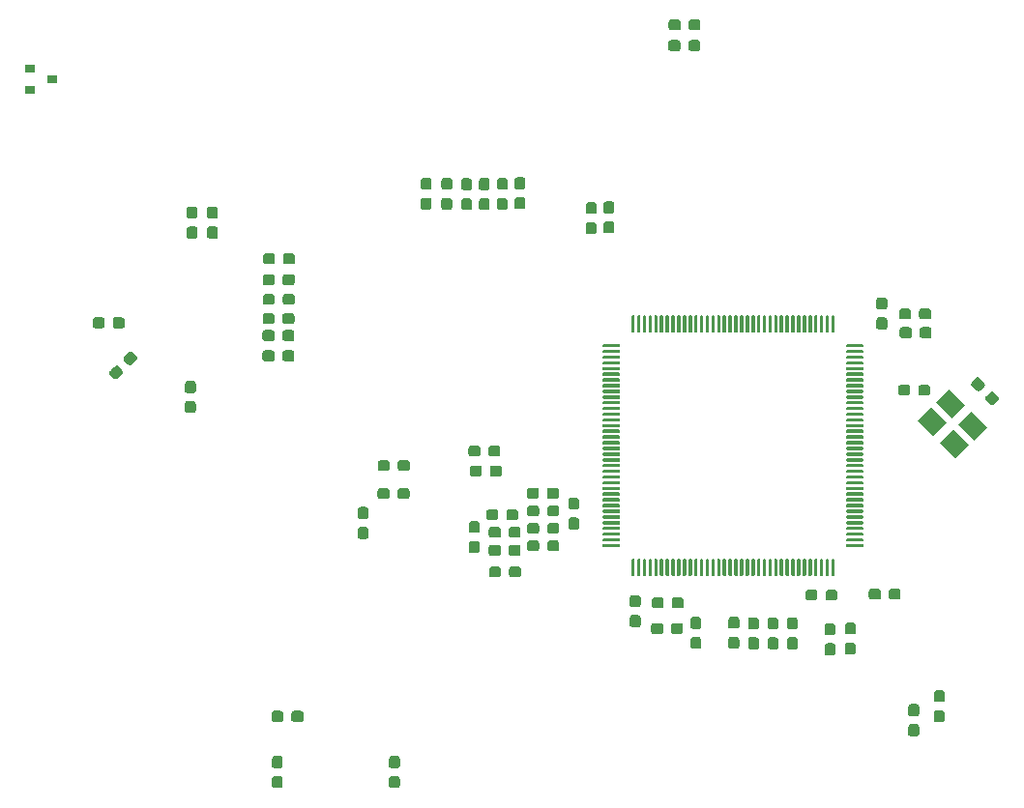
<source format=gbp>
G04 #@! TF.GenerationSoftware,KiCad,Pcbnew,6.0.0-unknown-cbea514~86~ubuntu18.04.1*
G04 #@! TF.CreationDate,2019-06-12T12:50:56-05:00*
G04 #@! TF.ProjectId,power,706f7765-722e-46b6-9963-61645f706362,rev?*
G04 #@! TF.SameCoordinates,Original*
G04 #@! TF.FileFunction,Paste,Bot*
G04 #@! TF.FilePolarity,Positive*
%FSLAX46Y46*%
G04 Gerber Fmt 4.6, Leading zero omitted, Abs format (unit mm)*
G04 Created by KiCad (PCBNEW 6.0.0-unknown-cbea514~86~ubuntu18.04.1) date 2019-06-12 12:50:56*
%MOMM*%
%LPD*%
G04 APERTURE LIST*
%ADD10C,0.150000*%
%ADD11C,0.950000*%
%ADD12C,0.300000*%
%ADD13C,1.650000*%
%ADD14R,0.900000X0.800000*%
G04 APERTURE END LIST*
D10*
G36*
X132145360Y-91422413D02*
G01*
X132225257Y-91480461D01*
X132274636Y-91565988D01*
X132286260Y-91639380D01*
X132286260Y-92114380D01*
X132265727Y-92210980D01*
X132207679Y-92290877D01*
X132122152Y-92340256D01*
X132048760Y-92351880D01*
X131473760Y-92351880D01*
X131377160Y-92331347D01*
X131297263Y-92273299D01*
X131247884Y-92187772D01*
X131236260Y-92114380D01*
X131236260Y-91639380D01*
X131256793Y-91542780D01*
X131314841Y-91462883D01*
X131400368Y-91413504D01*
X131473760Y-91401880D01*
X132048760Y-91401880D01*
X132145360Y-91422413D01*
X132145360Y-91422413D01*
G37*
D11*
X131761260Y-91876880D03*
D10*
G36*
X133895360Y-91422413D02*
G01*
X133975257Y-91480461D01*
X134024636Y-91565988D01*
X134036260Y-91639380D01*
X134036260Y-92114380D01*
X134015727Y-92210980D01*
X133957679Y-92290877D01*
X133872152Y-92340256D01*
X133798760Y-92351880D01*
X133223760Y-92351880D01*
X133127160Y-92331347D01*
X133047263Y-92273299D01*
X132997884Y-92187772D01*
X132986260Y-92114380D01*
X132986260Y-91639380D01*
X133006793Y-91542780D01*
X133064841Y-91462883D01*
X133150368Y-91413504D01*
X133223760Y-91401880D01*
X133798760Y-91401880D01*
X133895360Y-91422413D01*
X133895360Y-91422413D01*
G37*
D11*
X133511260Y-91876880D03*
D10*
G36*
X114946307Y-69910676D02*
G01*
X114968274Y-69963709D01*
X114968274Y-70113709D01*
X114946307Y-70166742D01*
X114893274Y-70188709D01*
X113568274Y-70188709D01*
X113515241Y-70166742D01*
X113493274Y-70113709D01*
X113493274Y-69963709D01*
X113515241Y-69910676D01*
X113568274Y-69888709D01*
X114893274Y-69888709D01*
X114946307Y-69910676D01*
X114946307Y-69910676D01*
G37*
D12*
X114230774Y-70038709D03*
D10*
G36*
X114946307Y-70410676D02*
G01*
X114968274Y-70463709D01*
X114968274Y-70613709D01*
X114946307Y-70666742D01*
X114893274Y-70688709D01*
X113568274Y-70688709D01*
X113515241Y-70666742D01*
X113493274Y-70613709D01*
X113493274Y-70463709D01*
X113515241Y-70410676D01*
X113568274Y-70388709D01*
X114893274Y-70388709D01*
X114946307Y-70410676D01*
X114946307Y-70410676D01*
G37*
D12*
X114230774Y-70538709D03*
D10*
G36*
X114946307Y-70910676D02*
G01*
X114968274Y-70963709D01*
X114968274Y-71113709D01*
X114946307Y-71166742D01*
X114893274Y-71188709D01*
X113568274Y-71188709D01*
X113515241Y-71166742D01*
X113493274Y-71113709D01*
X113493274Y-70963709D01*
X113515241Y-70910676D01*
X113568274Y-70888709D01*
X114893274Y-70888709D01*
X114946307Y-70910676D01*
X114946307Y-70910676D01*
G37*
D12*
X114230774Y-71038709D03*
D10*
G36*
X114946307Y-71410676D02*
G01*
X114968274Y-71463709D01*
X114968274Y-71613709D01*
X114946307Y-71666742D01*
X114893274Y-71688709D01*
X113568274Y-71688709D01*
X113515241Y-71666742D01*
X113493274Y-71613709D01*
X113493274Y-71463709D01*
X113515241Y-71410676D01*
X113568274Y-71388709D01*
X114893274Y-71388709D01*
X114946307Y-71410676D01*
X114946307Y-71410676D01*
G37*
D12*
X114230774Y-71538709D03*
D10*
G36*
X114946307Y-71910676D02*
G01*
X114968274Y-71963709D01*
X114968274Y-72113709D01*
X114946307Y-72166742D01*
X114893274Y-72188709D01*
X113568274Y-72188709D01*
X113515241Y-72166742D01*
X113493274Y-72113709D01*
X113493274Y-71963709D01*
X113515241Y-71910676D01*
X113568274Y-71888709D01*
X114893274Y-71888709D01*
X114946307Y-71910676D01*
X114946307Y-71910676D01*
G37*
D12*
X114230774Y-72038709D03*
D10*
G36*
X114946307Y-72410676D02*
G01*
X114968274Y-72463709D01*
X114968274Y-72613709D01*
X114946307Y-72666742D01*
X114893274Y-72688709D01*
X113568274Y-72688709D01*
X113515241Y-72666742D01*
X113493274Y-72613709D01*
X113493274Y-72463709D01*
X113515241Y-72410676D01*
X113568274Y-72388709D01*
X114893274Y-72388709D01*
X114946307Y-72410676D01*
X114946307Y-72410676D01*
G37*
D12*
X114230774Y-72538709D03*
D10*
G36*
X114946307Y-72910676D02*
G01*
X114968274Y-72963709D01*
X114968274Y-73113709D01*
X114946307Y-73166742D01*
X114893274Y-73188709D01*
X113568274Y-73188709D01*
X113515241Y-73166742D01*
X113493274Y-73113709D01*
X113493274Y-72963709D01*
X113515241Y-72910676D01*
X113568274Y-72888709D01*
X114893274Y-72888709D01*
X114946307Y-72910676D01*
X114946307Y-72910676D01*
G37*
D12*
X114230774Y-73038709D03*
D10*
G36*
X114946307Y-73410676D02*
G01*
X114968274Y-73463709D01*
X114968274Y-73613709D01*
X114946307Y-73666742D01*
X114893274Y-73688709D01*
X113568274Y-73688709D01*
X113515241Y-73666742D01*
X113493274Y-73613709D01*
X113493274Y-73463709D01*
X113515241Y-73410676D01*
X113568274Y-73388709D01*
X114893274Y-73388709D01*
X114946307Y-73410676D01*
X114946307Y-73410676D01*
G37*
D12*
X114230774Y-73538709D03*
D10*
G36*
X114946307Y-73910676D02*
G01*
X114968274Y-73963709D01*
X114968274Y-74113709D01*
X114946307Y-74166742D01*
X114893274Y-74188709D01*
X113568274Y-74188709D01*
X113515241Y-74166742D01*
X113493274Y-74113709D01*
X113493274Y-73963709D01*
X113515241Y-73910676D01*
X113568274Y-73888709D01*
X114893274Y-73888709D01*
X114946307Y-73910676D01*
X114946307Y-73910676D01*
G37*
D12*
X114230774Y-74038709D03*
D10*
G36*
X114946307Y-74410676D02*
G01*
X114968274Y-74463709D01*
X114968274Y-74613709D01*
X114946307Y-74666742D01*
X114893274Y-74688709D01*
X113568274Y-74688709D01*
X113515241Y-74666742D01*
X113493274Y-74613709D01*
X113493274Y-74463709D01*
X113515241Y-74410676D01*
X113568274Y-74388709D01*
X114893274Y-74388709D01*
X114946307Y-74410676D01*
X114946307Y-74410676D01*
G37*
D12*
X114230774Y-74538709D03*
D10*
G36*
X114946307Y-74910676D02*
G01*
X114968274Y-74963709D01*
X114968274Y-75113709D01*
X114946307Y-75166742D01*
X114893274Y-75188709D01*
X113568274Y-75188709D01*
X113515241Y-75166742D01*
X113493274Y-75113709D01*
X113493274Y-74963709D01*
X113515241Y-74910676D01*
X113568274Y-74888709D01*
X114893274Y-74888709D01*
X114946307Y-74910676D01*
X114946307Y-74910676D01*
G37*
D12*
X114230774Y-75038709D03*
D10*
G36*
X114946307Y-75410676D02*
G01*
X114968274Y-75463709D01*
X114968274Y-75613709D01*
X114946307Y-75666742D01*
X114893274Y-75688709D01*
X113568274Y-75688709D01*
X113515241Y-75666742D01*
X113493274Y-75613709D01*
X113493274Y-75463709D01*
X113515241Y-75410676D01*
X113568274Y-75388709D01*
X114893274Y-75388709D01*
X114946307Y-75410676D01*
X114946307Y-75410676D01*
G37*
D12*
X114230774Y-75538709D03*
D10*
G36*
X114946307Y-75910676D02*
G01*
X114968274Y-75963709D01*
X114968274Y-76113709D01*
X114946307Y-76166742D01*
X114893274Y-76188709D01*
X113568274Y-76188709D01*
X113515241Y-76166742D01*
X113493274Y-76113709D01*
X113493274Y-75963709D01*
X113515241Y-75910676D01*
X113568274Y-75888709D01*
X114893274Y-75888709D01*
X114946307Y-75910676D01*
X114946307Y-75910676D01*
G37*
D12*
X114230774Y-76038709D03*
D10*
G36*
X114946307Y-76410676D02*
G01*
X114968274Y-76463709D01*
X114968274Y-76613709D01*
X114946307Y-76666742D01*
X114893274Y-76688709D01*
X113568274Y-76688709D01*
X113515241Y-76666742D01*
X113493274Y-76613709D01*
X113493274Y-76463709D01*
X113515241Y-76410676D01*
X113568274Y-76388709D01*
X114893274Y-76388709D01*
X114946307Y-76410676D01*
X114946307Y-76410676D01*
G37*
D12*
X114230774Y-76538709D03*
D10*
G36*
X114946307Y-76910676D02*
G01*
X114968274Y-76963709D01*
X114968274Y-77113709D01*
X114946307Y-77166742D01*
X114893274Y-77188709D01*
X113568274Y-77188709D01*
X113515241Y-77166742D01*
X113493274Y-77113709D01*
X113493274Y-76963709D01*
X113515241Y-76910676D01*
X113568274Y-76888709D01*
X114893274Y-76888709D01*
X114946307Y-76910676D01*
X114946307Y-76910676D01*
G37*
D12*
X114230774Y-77038709D03*
D10*
G36*
X114946307Y-77410676D02*
G01*
X114968274Y-77463709D01*
X114968274Y-77613709D01*
X114946307Y-77666742D01*
X114893274Y-77688709D01*
X113568274Y-77688709D01*
X113515241Y-77666742D01*
X113493274Y-77613709D01*
X113493274Y-77463709D01*
X113515241Y-77410676D01*
X113568274Y-77388709D01*
X114893274Y-77388709D01*
X114946307Y-77410676D01*
X114946307Y-77410676D01*
G37*
D12*
X114230774Y-77538709D03*
D10*
G36*
X114946307Y-77910676D02*
G01*
X114968274Y-77963709D01*
X114968274Y-78113709D01*
X114946307Y-78166742D01*
X114893274Y-78188709D01*
X113568274Y-78188709D01*
X113515241Y-78166742D01*
X113493274Y-78113709D01*
X113493274Y-77963709D01*
X113515241Y-77910676D01*
X113568274Y-77888709D01*
X114893274Y-77888709D01*
X114946307Y-77910676D01*
X114946307Y-77910676D01*
G37*
D12*
X114230774Y-78038709D03*
D10*
G36*
X114946307Y-78410676D02*
G01*
X114968274Y-78463709D01*
X114968274Y-78613709D01*
X114946307Y-78666742D01*
X114893274Y-78688709D01*
X113568274Y-78688709D01*
X113515241Y-78666742D01*
X113493274Y-78613709D01*
X113493274Y-78463709D01*
X113515241Y-78410676D01*
X113568274Y-78388709D01*
X114893274Y-78388709D01*
X114946307Y-78410676D01*
X114946307Y-78410676D01*
G37*
D12*
X114230774Y-78538709D03*
D10*
G36*
X114946307Y-78910676D02*
G01*
X114968274Y-78963709D01*
X114968274Y-79113709D01*
X114946307Y-79166742D01*
X114893274Y-79188709D01*
X113568274Y-79188709D01*
X113515241Y-79166742D01*
X113493274Y-79113709D01*
X113493274Y-78963709D01*
X113515241Y-78910676D01*
X113568274Y-78888709D01*
X114893274Y-78888709D01*
X114946307Y-78910676D01*
X114946307Y-78910676D01*
G37*
D12*
X114230774Y-79038709D03*
D10*
G36*
X114946307Y-79410676D02*
G01*
X114968274Y-79463709D01*
X114968274Y-79613709D01*
X114946307Y-79666742D01*
X114893274Y-79688709D01*
X113568274Y-79688709D01*
X113515241Y-79666742D01*
X113493274Y-79613709D01*
X113493274Y-79463709D01*
X113515241Y-79410676D01*
X113568274Y-79388709D01*
X114893274Y-79388709D01*
X114946307Y-79410676D01*
X114946307Y-79410676D01*
G37*
D12*
X114230774Y-79538709D03*
D10*
G36*
X114946307Y-79910676D02*
G01*
X114968274Y-79963709D01*
X114968274Y-80113709D01*
X114946307Y-80166742D01*
X114893274Y-80188709D01*
X113568274Y-80188709D01*
X113515241Y-80166742D01*
X113493274Y-80113709D01*
X113493274Y-79963709D01*
X113515241Y-79910676D01*
X113568274Y-79888709D01*
X114893274Y-79888709D01*
X114946307Y-79910676D01*
X114946307Y-79910676D01*
G37*
D12*
X114230774Y-80038709D03*
D10*
G36*
X114946307Y-80410676D02*
G01*
X114968274Y-80463709D01*
X114968274Y-80613709D01*
X114946307Y-80666742D01*
X114893274Y-80688709D01*
X113568274Y-80688709D01*
X113515241Y-80666742D01*
X113493274Y-80613709D01*
X113493274Y-80463709D01*
X113515241Y-80410676D01*
X113568274Y-80388709D01*
X114893274Y-80388709D01*
X114946307Y-80410676D01*
X114946307Y-80410676D01*
G37*
D12*
X114230774Y-80538709D03*
D10*
G36*
X114946307Y-80910676D02*
G01*
X114968274Y-80963709D01*
X114968274Y-81113709D01*
X114946307Y-81166742D01*
X114893274Y-81188709D01*
X113568274Y-81188709D01*
X113515241Y-81166742D01*
X113493274Y-81113709D01*
X113493274Y-80963709D01*
X113515241Y-80910676D01*
X113568274Y-80888709D01*
X114893274Y-80888709D01*
X114946307Y-80910676D01*
X114946307Y-80910676D01*
G37*
D12*
X114230774Y-81038709D03*
D10*
G36*
X114946307Y-81410676D02*
G01*
X114968274Y-81463709D01*
X114968274Y-81613709D01*
X114946307Y-81666742D01*
X114893274Y-81688709D01*
X113568274Y-81688709D01*
X113515241Y-81666742D01*
X113493274Y-81613709D01*
X113493274Y-81463709D01*
X113515241Y-81410676D01*
X113568274Y-81388709D01*
X114893274Y-81388709D01*
X114946307Y-81410676D01*
X114946307Y-81410676D01*
G37*
D12*
X114230774Y-81538709D03*
D10*
G36*
X114946307Y-81910676D02*
G01*
X114968274Y-81963709D01*
X114968274Y-82113709D01*
X114946307Y-82166742D01*
X114893274Y-82188709D01*
X113568274Y-82188709D01*
X113515241Y-82166742D01*
X113493274Y-82113709D01*
X113493274Y-81963709D01*
X113515241Y-81910676D01*
X113568274Y-81888709D01*
X114893274Y-81888709D01*
X114946307Y-81910676D01*
X114946307Y-81910676D01*
G37*
D12*
X114230774Y-82038709D03*
D10*
G36*
X114946307Y-82410676D02*
G01*
X114968274Y-82463709D01*
X114968274Y-82613709D01*
X114946307Y-82666742D01*
X114893274Y-82688709D01*
X113568274Y-82688709D01*
X113515241Y-82666742D01*
X113493274Y-82613709D01*
X113493274Y-82463709D01*
X113515241Y-82410676D01*
X113568274Y-82388709D01*
X114893274Y-82388709D01*
X114946307Y-82410676D01*
X114946307Y-82410676D01*
G37*
D12*
X114230774Y-82538709D03*
D10*
G36*
X114946307Y-82910676D02*
G01*
X114968274Y-82963709D01*
X114968274Y-83113709D01*
X114946307Y-83166742D01*
X114893274Y-83188709D01*
X113568274Y-83188709D01*
X113515241Y-83166742D01*
X113493274Y-83113709D01*
X113493274Y-82963709D01*
X113515241Y-82910676D01*
X113568274Y-82888709D01*
X114893274Y-82888709D01*
X114946307Y-82910676D01*
X114946307Y-82910676D01*
G37*
D12*
X114230774Y-83038709D03*
D10*
G36*
X114946307Y-83410676D02*
G01*
X114968274Y-83463709D01*
X114968274Y-83613709D01*
X114946307Y-83666742D01*
X114893274Y-83688709D01*
X113568274Y-83688709D01*
X113515241Y-83666742D01*
X113493274Y-83613709D01*
X113493274Y-83463709D01*
X113515241Y-83410676D01*
X113568274Y-83388709D01*
X114893274Y-83388709D01*
X114946307Y-83410676D01*
X114946307Y-83410676D01*
G37*
D12*
X114230774Y-83538709D03*
D10*
G36*
X114946307Y-83910676D02*
G01*
X114968274Y-83963709D01*
X114968274Y-84113709D01*
X114946307Y-84166742D01*
X114893274Y-84188709D01*
X113568274Y-84188709D01*
X113515241Y-84166742D01*
X113493274Y-84113709D01*
X113493274Y-83963709D01*
X113515241Y-83910676D01*
X113568274Y-83888709D01*
X114893274Y-83888709D01*
X114946307Y-83910676D01*
X114946307Y-83910676D01*
G37*
D12*
X114230774Y-84038709D03*
D10*
G36*
X114946307Y-84410676D02*
G01*
X114968274Y-84463709D01*
X114968274Y-84613709D01*
X114946307Y-84666742D01*
X114893274Y-84688709D01*
X113568274Y-84688709D01*
X113515241Y-84666742D01*
X113493274Y-84613709D01*
X113493274Y-84463709D01*
X113515241Y-84410676D01*
X113568274Y-84388709D01*
X114893274Y-84388709D01*
X114946307Y-84410676D01*
X114946307Y-84410676D01*
G37*
D12*
X114230774Y-84538709D03*
D10*
G36*
X114946307Y-84910676D02*
G01*
X114968274Y-84963709D01*
X114968274Y-85113709D01*
X114946307Y-85166742D01*
X114893274Y-85188709D01*
X113568274Y-85188709D01*
X113515241Y-85166742D01*
X113493274Y-85113709D01*
X113493274Y-84963709D01*
X113515241Y-84910676D01*
X113568274Y-84888709D01*
X114893274Y-84888709D01*
X114946307Y-84910676D01*
X114946307Y-84910676D01*
G37*
D12*
X114230774Y-85038709D03*
D10*
G36*
X114946307Y-85410676D02*
G01*
X114968274Y-85463709D01*
X114968274Y-85613709D01*
X114946307Y-85666742D01*
X114893274Y-85688709D01*
X113568274Y-85688709D01*
X113515241Y-85666742D01*
X113493274Y-85613709D01*
X113493274Y-85463709D01*
X113515241Y-85410676D01*
X113568274Y-85388709D01*
X114893274Y-85388709D01*
X114946307Y-85410676D01*
X114946307Y-85410676D01*
G37*
D12*
X114230774Y-85538709D03*
D10*
G36*
X114946307Y-85910676D02*
G01*
X114968274Y-85963709D01*
X114968274Y-86113709D01*
X114946307Y-86166742D01*
X114893274Y-86188709D01*
X113568274Y-86188709D01*
X113515241Y-86166742D01*
X113493274Y-86113709D01*
X113493274Y-85963709D01*
X113515241Y-85910676D01*
X113568274Y-85888709D01*
X114893274Y-85888709D01*
X114946307Y-85910676D01*
X114946307Y-85910676D01*
G37*
D12*
X114230774Y-86038709D03*
D10*
G36*
X114946307Y-86410676D02*
G01*
X114968274Y-86463709D01*
X114968274Y-86613709D01*
X114946307Y-86666742D01*
X114893274Y-86688709D01*
X113568274Y-86688709D01*
X113515241Y-86666742D01*
X113493274Y-86613709D01*
X113493274Y-86463709D01*
X113515241Y-86410676D01*
X113568274Y-86388709D01*
X114893274Y-86388709D01*
X114946307Y-86410676D01*
X114946307Y-86410676D01*
G37*
D12*
X114230774Y-86538709D03*
D10*
G36*
X114946307Y-86910676D02*
G01*
X114968274Y-86963709D01*
X114968274Y-87113709D01*
X114946307Y-87166742D01*
X114893274Y-87188709D01*
X113568274Y-87188709D01*
X113515241Y-87166742D01*
X113493274Y-87113709D01*
X113493274Y-86963709D01*
X113515241Y-86910676D01*
X113568274Y-86888709D01*
X114893274Y-86888709D01*
X114946307Y-86910676D01*
X114946307Y-86910676D01*
G37*
D12*
X114230774Y-87038709D03*
D10*
G36*
X114946307Y-87410676D02*
G01*
X114968274Y-87463709D01*
X114968274Y-87613709D01*
X114946307Y-87666742D01*
X114893274Y-87688709D01*
X113568274Y-87688709D01*
X113515241Y-87666742D01*
X113493274Y-87613709D01*
X113493274Y-87463709D01*
X113515241Y-87410676D01*
X113568274Y-87388709D01*
X114893274Y-87388709D01*
X114946307Y-87410676D01*
X114946307Y-87410676D01*
G37*
D12*
X114230774Y-87538709D03*
D10*
G36*
X116271307Y-88735676D02*
G01*
X116293274Y-88788709D01*
X116293274Y-90113709D01*
X116271307Y-90166742D01*
X116218274Y-90188709D01*
X116068274Y-90188709D01*
X116015241Y-90166742D01*
X115993274Y-90113709D01*
X115993274Y-88788709D01*
X116015241Y-88735676D01*
X116068274Y-88713709D01*
X116218274Y-88713709D01*
X116271307Y-88735676D01*
X116271307Y-88735676D01*
G37*
D12*
X116143274Y-89451209D03*
D10*
G36*
X116771307Y-88735676D02*
G01*
X116793274Y-88788709D01*
X116793274Y-90113709D01*
X116771307Y-90166742D01*
X116718274Y-90188709D01*
X116568274Y-90188709D01*
X116515241Y-90166742D01*
X116493274Y-90113709D01*
X116493274Y-88788709D01*
X116515241Y-88735676D01*
X116568274Y-88713709D01*
X116718274Y-88713709D01*
X116771307Y-88735676D01*
X116771307Y-88735676D01*
G37*
D12*
X116643274Y-89451209D03*
D10*
G36*
X117271307Y-88735676D02*
G01*
X117293274Y-88788709D01*
X117293274Y-90113709D01*
X117271307Y-90166742D01*
X117218274Y-90188709D01*
X117068274Y-90188709D01*
X117015241Y-90166742D01*
X116993274Y-90113709D01*
X116993274Y-88788709D01*
X117015241Y-88735676D01*
X117068274Y-88713709D01*
X117218274Y-88713709D01*
X117271307Y-88735676D01*
X117271307Y-88735676D01*
G37*
D12*
X117143274Y-89451209D03*
D10*
G36*
X117771307Y-88735676D02*
G01*
X117793274Y-88788709D01*
X117793274Y-90113709D01*
X117771307Y-90166742D01*
X117718274Y-90188709D01*
X117568274Y-90188709D01*
X117515241Y-90166742D01*
X117493274Y-90113709D01*
X117493274Y-88788709D01*
X117515241Y-88735676D01*
X117568274Y-88713709D01*
X117718274Y-88713709D01*
X117771307Y-88735676D01*
X117771307Y-88735676D01*
G37*
D12*
X117643274Y-89451209D03*
D10*
G36*
X118271307Y-88735676D02*
G01*
X118293274Y-88788709D01*
X118293274Y-90113709D01*
X118271307Y-90166742D01*
X118218274Y-90188709D01*
X118068274Y-90188709D01*
X118015241Y-90166742D01*
X117993274Y-90113709D01*
X117993274Y-88788709D01*
X118015241Y-88735676D01*
X118068274Y-88713709D01*
X118218274Y-88713709D01*
X118271307Y-88735676D01*
X118271307Y-88735676D01*
G37*
D12*
X118143274Y-89451209D03*
D10*
G36*
X118771307Y-88735676D02*
G01*
X118793274Y-88788709D01*
X118793274Y-90113709D01*
X118771307Y-90166742D01*
X118718274Y-90188709D01*
X118568274Y-90188709D01*
X118515241Y-90166742D01*
X118493274Y-90113709D01*
X118493274Y-88788709D01*
X118515241Y-88735676D01*
X118568274Y-88713709D01*
X118718274Y-88713709D01*
X118771307Y-88735676D01*
X118771307Y-88735676D01*
G37*
D12*
X118643274Y-89451209D03*
D10*
G36*
X119271307Y-88735676D02*
G01*
X119293274Y-88788709D01*
X119293274Y-90113709D01*
X119271307Y-90166742D01*
X119218274Y-90188709D01*
X119068274Y-90188709D01*
X119015241Y-90166742D01*
X118993274Y-90113709D01*
X118993274Y-88788709D01*
X119015241Y-88735676D01*
X119068274Y-88713709D01*
X119218274Y-88713709D01*
X119271307Y-88735676D01*
X119271307Y-88735676D01*
G37*
D12*
X119143274Y-89451209D03*
D10*
G36*
X119771307Y-88735676D02*
G01*
X119793274Y-88788709D01*
X119793274Y-90113709D01*
X119771307Y-90166742D01*
X119718274Y-90188709D01*
X119568274Y-90188709D01*
X119515241Y-90166742D01*
X119493274Y-90113709D01*
X119493274Y-88788709D01*
X119515241Y-88735676D01*
X119568274Y-88713709D01*
X119718274Y-88713709D01*
X119771307Y-88735676D01*
X119771307Y-88735676D01*
G37*
D12*
X119643274Y-89451209D03*
D10*
G36*
X120271307Y-88735676D02*
G01*
X120293274Y-88788709D01*
X120293274Y-90113709D01*
X120271307Y-90166742D01*
X120218274Y-90188709D01*
X120068274Y-90188709D01*
X120015241Y-90166742D01*
X119993274Y-90113709D01*
X119993274Y-88788709D01*
X120015241Y-88735676D01*
X120068274Y-88713709D01*
X120218274Y-88713709D01*
X120271307Y-88735676D01*
X120271307Y-88735676D01*
G37*
D12*
X120143274Y-89451209D03*
D10*
G36*
X120771307Y-88735676D02*
G01*
X120793274Y-88788709D01*
X120793274Y-90113709D01*
X120771307Y-90166742D01*
X120718274Y-90188709D01*
X120568274Y-90188709D01*
X120515241Y-90166742D01*
X120493274Y-90113709D01*
X120493274Y-88788709D01*
X120515241Y-88735676D01*
X120568274Y-88713709D01*
X120718274Y-88713709D01*
X120771307Y-88735676D01*
X120771307Y-88735676D01*
G37*
D12*
X120643274Y-89451209D03*
D10*
G36*
X121271307Y-88735676D02*
G01*
X121293274Y-88788709D01*
X121293274Y-90113709D01*
X121271307Y-90166742D01*
X121218274Y-90188709D01*
X121068274Y-90188709D01*
X121015241Y-90166742D01*
X120993274Y-90113709D01*
X120993274Y-88788709D01*
X121015241Y-88735676D01*
X121068274Y-88713709D01*
X121218274Y-88713709D01*
X121271307Y-88735676D01*
X121271307Y-88735676D01*
G37*
D12*
X121143274Y-89451209D03*
D10*
G36*
X121771307Y-88735676D02*
G01*
X121793274Y-88788709D01*
X121793274Y-90113709D01*
X121771307Y-90166742D01*
X121718274Y-90188709D01*
X121568274Y-90188709D01*
X121515241Y-90166742D01*
X121493274Y-90113709D01*
X121493274Y-88788709D01*
X121515241Y-88735676D01*
X121568274Y-88713709D01*
X121718274Y-88713709D01*
X121771307Y-88735676D01*
X121771307Y-88735676D01*
G37*
D12*
X121643274Y-89451209D03*
D10*
G36*
X122271307Y-88735676D02*
G01*
X122293274Y-88788709D01*
X122293274Y-90113709D01*
X122271307Y-90166742D01*
X122218274Y-90188709D01*
X122068274Y-90188709D01*
X122015241Y-90166742D01*
X121993274Y-90113709D01*
X121993274Y-88788709D01*
X122015241Y-88735676D01*
X122068274Y-88713709D01*
X122218274Y-88713709D01*
X122271307Y-88735676D01*
X122271307Y-88735676D01*
G37*
D12*
X122143274Y-89451209D03*
D10*
G36*
X122771307Y-88735676D02*
G01*
X122793274Y-88788709D01*
X122793274Y-90113709D01*
X122771307Y-90166742D01*
X122718274Y-90188709D01*
X122568274Y-90188709D01*
X122515241Y-90166742D01*
X122493274Y-90113709D01*
X122493274Y-88788709D01*
X122515241Y-88735676D01*
X122568274Y-88713709D01*
X122718274Y-88713709D01*
X122771307Y-88735676D01*
X122771307Y-88735676D01*
G37*
D12*
X122643274Y-89451209D03*
D10*
G36*
X123271307Y-88735676D02*
G01*
X123293274Y-88788709D01*
X123293274Y-90113709D01*
X123271307Y-90166742D01*
X123218274Y-90188709D01*
X123068274Y-90188709D01*
X123015241Y-90166742D01*
X122993274Y-90113709D01*
X122993274Y-88788709D01*
X123015241Y-88735676D01*
X123068274Y-88713709D01*
X123218274Y-88713709D01*
X123271307Y-88735676D01*
X123271307Y-88735676D01*
G37*
D12*
X123143274Y-89451209D03*
D10*
G36*
X123771307Y-88735676D02*
G01*
X123793274Y-88788709D01*
X123793274Y-90113709D01*
X123771307Y-90166742D01*
X123718274Y-90188709D01*
X123568274Y-90188709D01*
X123515241Y-90166742D01*
X123493274Y-90113709D01*
X123493274Y-88788709D01*
X123515241Y-88735676D01*
X123568274Y-88713709D01*
X123718274Y-88713709D01*
X123771307Y-88735676D01*
X123771307Y-88735676D01*
G37*
D12*
X123643274Y-89451209D03*
D10*
G36*
X124271307Y-88735676D02*
G01*
X124293274Y-88788709D01*
X124293274Y-90113709D01*
X124271307Y-90166742D01*
X124218274Y-90188709D01*
X124068274Y-90188709D01*
X124015241Y-90166742D01*
X123993274Y-90113709D01*
X123993274Y-88788709D01*
X124015241Y-88735676D01*
X124068274Y-88713709D01*
X124218274Y-88713709D01*
X124271307Y-88735676D01*
X124271307Y-88735676D01*
G37*
D12*
X124143274Y-89451209D03*
D10*
G36*
X124771307Y-88735676D02*
G01*
X124793274Y-88788709D01*
X124793274Y-90113709D01*
X124771307Y-90166742D01*
X124718274Y-90188709D01*
X124568274Y-90188709D01*
X124515241Y-90166742D01*
X124493274Y-90113709D01*
X124493274Y-88788709D01*
X124515241Y-88735676D01*
X124568274Y-88713709D01*
X124718274Y-88713709D01*
X124771307Y-88735676D01*
X124771307Y-88735676D01*
G37*
D12*
X124643274Y-89451209D03*
D10*
G36*
X125271307Y-88735676D02*
G01*
X125293274Y-88788709D01*
X125293274Y-90113709D01*
X125271307Y-90166742D01*
X125218274Y-90188709D01*
X125068274Y-90188709D01*
X125015241Y-90166742D01*
X124993274Y-90113709D01*
X124993274Y-88788709D01*
X125015241Y-88735676D01*
X125068274Y-88713709D01*
X125218274Y-88713709D01*
X125271307Y-88735676D01*
X125271307Y-88735676D01*
G37*
D12*
X125143274Y-89451209D03*
D10*
G36*
X125771307Y-88735676D02*
G01*
X125793274Y-88788709D01*
X125793274Y-90113709D01*
X125771307Y-90166742D01*
X125718274Y-90188709D01*
X125568274Y-90188709D01*
X125515241Y-90166742D01*
X125493274Y-90113709D01*
X125493274Y-88788709D01*
X125515241Y-88735676D01*
X125568274Y-88713709D01*
X125718274Y-88713709D01*
X125771307Y-88735676D01*
X125771307Y-88735676D01*
G37*
D12*
X125643274Y-89451209D03*
D10*
G36*
X126271307Y-88735676D02*
G01*
X126293274Y-88788709D01*
X126293274Y-90113709D01*
X126271307Y-90166742D01*
X126218274Y-90188709D01*
X126068274Y-90188709D01*
X126015241Y-90166742D01*
X125993274Y-90113709D01*
X125993274Y-88788709D01*
X126015241Y-88735676D01*
X126068274Y-88713709D01*
X126218274Y-88713709D01*
X126271307Y-88735676D01*
X126271307Y-88735676D01*
G37*
D12*
X126143274Y-89451209D03*
D10*
G36*
X126771307Y-88735676D02*
G01*
X126793274Y-88788709D01*
X126793274Y-90113709D01*
X126771307Y-90166742D01*
X126718274Y-90188709D01*
X126568274Y-90188709D01*
X126515241Y-90166742D01*
X126493274Y-90113709D01*
X126493274Y-88788709D01*
X126515241Y-88735676D01*
X126568274Y-88713709D01*
X126718274Y-88713709D01*
X126771307Y-88735676D01*
X126771307Y-88735676D01*
G37*
D12*
X126643274Y-89451209D03*
D10*
G36*
X127271307Y-88735676D02*
G01*
X127293274Y-88788709D01*
X127293274Y-90113709D01*
X127271307Y-90166742D01*
X127218274Y-90188709D01*
X127068274Y-90188709D01*
X127015241Y-90166742D01*
X126993274Y-90113709D01*
X126993274Y-88788709D01*
X127015241Y-88735676D01*
X127068274Y-88713709D01*
X127218274Y-88713709D01*
X127271307Y-88735676D01*
X127271307Y-88735676D01*
G37*
D12*
X127143274Y-89451209D03*
D10*
G36*
X127771307Y-88735676D02*
G01*
X127793274Y-88788709D01*
X127793274Y-90113709D01*
X127771307Y-90166742D01*
X127718274Y-90188709D01*
X127568274Y-90188709D01*
X127515241Y-90166742D01*
X127493274Y-90113709D01*
X127493274Y-88788709D01*
X127515241Y-88735676D01*
X127568274Y-88713709D01*
X127718274Y-88713709D01*
X127771307Y-88735676D01*
X127771307Y-88735676D01*
G37*
D12*
X127643274Y-89451209D03*
D10*
G36*
X128271307Y-88735676D02*
G01*
X128293274Y-88788709D01*
X128293274Y-90113709D01*
X128271307Y-90166742D01*
X128218274Y-90188709D01*
X128068274Y-90188709D01*
X128015241Y-90166742D01*
X127993274Y-90113709D01*
X127993274Y-88788709D01*
X128015241Y-88735676D01*
X128068274Y-88713709D01*
X128218274Y-88713709D01*
X128271307Y-88735676D01*
X128271307Y-88735676D01*
G37*
D12*
X128143274Y-89451209D03*
D10*
G36*
X128771307Y-88735676D02*
G01*
X128793274Y-88788709D01*
X128793274Y-90113709D01*
X128771307Y-90166742D01*
X128718274Y-90188709D01*
X128568274Y-90188709D01*
X128515241Y-90166742D01*
X128493274Y-90113709D01*
X128493274Y-88788709D01*
X128515241Y-88735676D01*
X128568274Y-88713709D01*
X128718274Y-88713709D01*
X128771307Y-88735676D01*
X128771307Y-88735676D01*
G37*
D12*
X128643274Y-89451209D03*
D10*
G36*
X129271307Y-88735676D02*
G01*
X129293274Y-88788709D01*
X129293274Y-90113709D01*
X129271307Y-90166742D01*
X129218274Y-90188709D01*
X129068274Y-90188709D01*
X129015241Y-90166742D01*
X128993274Y-90113709D01*
X128993274Y-88788709D01*
X129015241Y-88735676D01*
X129068274Y-88713709D01*
X129218274Y-88713709D01*
X129271307Y-88735676D01*
X129271307Y-88735676D01*
G37*
D12*
X129143274Y-89451209D03*
D10*
G36*
X129771307Y-88735676D02*
G01*
X129793274Y-88788709D01*
X129793274Y-90113709D01*
X129771307Y-90166742D01*
X129718274Y-90188709D01*
X129568274Y-90188709D01*
X129515241Y-90166742D01*
X129493274Y-90113709D01*
X129493274Y-88788709D01*
X129515241Y-88735676D01*
X129568274Y-88713709D01*
X129718274Y-88713709D01*
X129771307Y-88735676D01*
X129771307Y-88735676D01*
G37*
D12*
X129643274Y-89451209D03*
D10*
G36*
X130271307Y-88735676D02*
G01*
X130293274Y-88788709D01*
X130293274Y-90113709D01*
X130271307Y-90166742D01*
X130218274Y-90188709D01*
X130068274Y-90188709D01*
X130015241Y-90166742D01*
X129993274Y-90113709D01*
X129993274Y-88788709D01*
X130015241Y-88735676D01*
X130068274Y-88713709D01*
X130218274Y-88713709D01*
X130271307Y-88735676D01*
X130271307Y-88735676D01*
G37*
D12*
X130143274Y-89451209D03*
D10*
G36*
X130771307Y-88735676D02*
G01*
X130793274Y-88788709D01*
X130793274Y-90113709D01*
X130771307Y-90166742D01*
X130718274Y-90188709D01*
X130568274Y-90188709D01*
X130515241Y-90166742D01*
X130493274Y-90113709D01*
X130493274Y-88788709D01*
X130515241Y-88735676D01*
X130568274Y-88713709D01*
X130718274Y-88713709D01*
X130771307Y-88735676D01*
X130771307Y-88735676D01*
G37*
D12*
X130643274Y-89451209D03*
D10*
G36*
X131271307Y-88735676D02*
G01*
X131293274Y-88788709D01*
X131293274Y-90113709D01*
X131271307Y-90166742D01*
X131218274Y-90188709D01*
X131068274Y-90188709D01*
X131015241Y-90166742D01*
X130993274Y-90113709D01*
X130993274Y-88788709D01*
X131015241Y-88735676D01*
X131068274Y-88713709D01*
X131218274Y-88713709D01*
X131271307Y-88735676D01*
X131271307Y-88735676D01*
G37*
D12*
X131143274Y-89451209D03*
D10*
G36*
X131771307Y-88735676D02*
G01*
X131793274Y-88788709D01*
X131793274Y-90113709D01*
X131771307Y-90166742D01*
X131718274Y-90188709D01*
X131568274Y-90188709D01*
X131515241Y-90166742D01*
X131493274Y-90113709D01*
X131493274Y-88788709D01*
X131515241Y-88735676D01*
X131568274Y-88713709D01*
X131718274Y-88713709D01*
X131771307Y-88735676D01*
X131771307Y-88735676D01*
G37*
D12*
X131643274Y-89451209D03*
D10*
G36*
X132271307Y-88735676D02*
G01*
X132293274Y-88788709D01*
X132293274Y-90113709D01*
X132271307Y-90166742D01*
X132218274Y-90188709D01*
X132068274Y-90188709D01*
X132015241Y-90166742D01*
X131993274Y-90113709D01*
X131993274Y-88788709D01*
X132015241Y-88735676D01*
X132068274Y-88713709D01*
X132218274Y-88713709D01*
X132271307Y-88735676D01*
X132271307Y-88735676D01*
G37*
D12*
X132143274Y-89451209D03*
D10*
G36*
X132771307Y-88735676D02*
G01*
X132793274Y-88788709D01*
X132793274Y-90113709D01*
X132771307Y-90166742D01*
X132718274Y-90188709D01*
X132568274Y-90188709D01*
X132515241Y-90166742D01*
X132493274Y-90113709D01*
X132493274Y-88788709D01*
X132515241Y-88735676D01*
X132568274Y-88713709D01*
X132718274Y-88713709D01*
X132771307Y-88735676D01*
X132771307Y-88735676D01*
G37*
D12*
X132643274Y-89451209D03*
D10*
G36*
X133271307Y-88735676D02*
G01*
X133293274Y-88788709D01*
X133293274Y-90113709D01*
X133271307Y-90166742D01*
X133218274Y-90188709D01*
X133068274Y-90188709D01*
X133015241Y-90166742D01*
X132993274Y-90113709D01*
X132993274Y-88788709D01*
X133015241Y-88735676D01*
X133068274Y-88713709D01*
X133218274Y-88713709D01*
X133271307Y-88735676D01*
X133271307Y-88735676D01*
G37*
D12*
X133143274Y-89451209D03*
D10*
G36*
X133771307Y-88735676D02*
G01*
X133793274Y-88788709D01*
X133793274Y-90113709D01*
X133771307Y-90166742D01*
X133718274Y-90188709D01*
X133568274Y-90188709D01*
X133515241Y-90166742D01*
X133493274Y-90113709D01*
X133493274Y-88788709D01*
X133515241Y-88735676D01*
X133568274Y-88713709D01*
X133718274Y-88713709D01*
X133771307Y-88735676D01*
X133771307Y-88735676D01*
G37*
D12*
X133643274Y-89451209D03*
D10*
G36*
X136271307Y-87410676D02*
G01*
X136293274Y-87463709D01*
X136293274Y-87613709D01*
X136271307Y-87666742D01*
X136218274Y-87688709D01*
X134893274Y-87688709D01*
X134840241Y-87666742D01*
X134818274Y-87613709D01*
X134818274Y-87463709D01*
X134840241Y-87410676D01*
X134893274Y-87388709D01*
X136218274Y-87388709D01*
X136271307Y-87410676D01*
X136271307Y-87410676D01*
G37*
D12*
X135555774Y-87538709D03*
D10*
G36*
X136271307Y-86910676D02*
G01*
X136293274Y-86963709D01*
X136293274Y-87113709D01*
X136271307Y-87166742D01*
X136218274Y-87188709D01*
X134893274Y-87188709D01*
X134840241Y-87166742D01*
X134818274Y-87113709D01*
X134818274Y-86963709D01*
X134840241Y-86910676D01*
X134893274Y-86888709D01*
X136218274Y-86888709D01*
X136271307Y-86910676D01*
X136271307Y-86910676D01*
G37*
D12*
X135555774Y-87038709D03*
D10*
G36*
X136271307Y-86410676D02*
G01*
X136293274Y-86463709D01*
X136293274Y-86613709D01*
X136271307Y-86666742D01*
X136218274Y-86688709D01*
X134893274Y-86688709D01*
X134840241Y-86666742D01*
X134818274Y-86613709D01*
X134818274Y-86463709D01*
X134840241Y-86410676D01*
X134893274Y-86388709D01*
X136218274Y-86388709D01*
X136271307Y-86410676D01*
X136271307Y-86410676D01*
G37*
D12*
X135555774Y-86538709D03*
D10*
G36*
X136271307Y-85910676D02*
G01*
X136293274Y-85963709D01*
X136293274Y-86113709D01*
X136271307Y-86166742D01*
X136218274Y-86188709D01*
X134893274Y-86188709D01*
X134840241Y-86166742D01*
X134818274Y-86113709D01*
X134818274Y-85963709D01*
X134840241Y-85910676D01*
X134893274Y-85888709D01*
X136218274Y-85888709D01*
X136271307Y-85910676D01*
X136271307Y-85910676D01*
G37*
D12*
X135555774Y-86038709D03*
D10*
G36*
X136271307Y-85410676D02*
G01*
X136293274Y-85463709D01*
X136293274Y-85613709D01*
X136271307Y-85666742D01*
X136218274Y-85688709D01*
X134893274Y-85688709D01*
X134840241Y-85666742D01*
X134818274Y-85613709D01*
X134818274Y-85463709D01*
X134840241Y-85410676D01*
X134893274Y-85388709D01*
X136218274Y-85388709D01*
X136271307Y-85410676D01*
X136271307Y-85410676D01*
G37*
D12*
X135555774Y-85538709D03*
D10*
G36*
X136271307Y-84910676D02*
G01*
X136293274Y-84963709D01*
X136293274Y-85113709D01*
X136271307Y-85166742D01*
X136218274Y-85188709D01*
X134893274Y-85188709D01*
X134840241Y-85166742D01*
X134818274Y-85113709D01*
X134818274Y-84963709D01*
X134840241Y-84910676D01*
X134893274Y-84888709D01*
X136218274Y-84888709D01*
X136271307Y-84910676D01*
X136271307Y-84910676D01*
G37*
D12*
X135555774Y-85038709D03*
D10*
G36*
X136271307Y-84410676D02*
G01*
X136293274Y-84463709D01*
X136293274Y-84613709D01*
X136271307Y-84666742D01*
X136218274Y-84688709D01*
X134893274Y-84688709D01*
X134840241Y-84666742D01*
X134818274Y-84613709D01*
X134818274Y-84463709D01*
X134840241Y-84410676D01*
X134893274Y-84388709D01*
X136218274Y-84388709D01*
X136271307Y-84410676D01*
X136271307Y-84410676D01*
G37*
D12*
X135555774Y-84538709D03*
D10*
G36*
X136271307Y-83910676D02*
G01*
X136293274Y-83963709D01*
X136293274Y-84113709D01*
X136271307Y-84166742D01*
X136218274Y-84188709D01*
X134893274Y-84188709D01*
X134840241Y-84166742D01*
X134818274Y-84113709D01*
X134818274Y-83963709D01*
X134840241Y-83910676D01*
X134893274Y-83888709D01*
X136218274Y-83888709D01*
X136271307Y-83910676D01*
X136271307Y-83910676D01*
G37*
D12*
X135555774Y-84038709D03*
D10*
G36*
X136271307Y-83410676D02*
G01*
X136293274Y-83463709D01*
X136293274Y-83613709D01*
X136271307Y-83666742D01*
X136218274Y-83688709D01*
X134893274Y-83688709D01*
X134840241Y-83666742D01*
X134818274Y-83613709D01*
X134818274Y-83463709D01*
X134840241Y-83410676D01*
X134893274Y-83388709D01*
X136218274Y-83388709D01*
X136271307Y-83410676D01*
X136271307Y-83410676D01*
G37*
D12*
X135555774Y-83538709D03*
D10*
G36*
X136271307Y-82910676D02*
G01*
X136293274Y-82963709D01*
X136293274Y-83113709D01*
X136271307Y-83166742D01*
X136218274Y-83188709D01*
X134893274Y-83188709D01*
X134840241Y-83166742D01*
X134818274Y-83113709D01*
X134818274Y-82963709D01*
X134840241Y-82910676D01*
X134893274Y-82888709D01*
X136218274Y-82888709D01*
X136271307Y-82910676D01*
X136271307Y-82910676D01*
G37*
D12*
X135555774Y-83038709D03*
D10*
G36*
X136271307Y-82410676D02*
G01*
X136293274Y-82463709D01*
X136293274Y-82613709D01*
X136271307Y-82666742D01*
X136218274Y-82688709D01*
X134893274Y-82688709D01*
X134840241Y-82666742D01*
X134818274Y-82613709D01*
X134818274Y-82463709D01*
X134840241Y-82410676D01*
X134893274Y-82388709D01*
X136218274Y-82388709D01*
X136271307Y-82410676D01*
X136271307Y-82410676D01*
G37*
D12*
X135555774Y-82538709D03*
D10*
G36*
X136271307Y-81910676D02*
G01*
X136293274Y-81963709D01*
X136293274Y-82113709D01*
X136271307Y-82166742D01*
X136218274Y-82188709D01*
X134893274Y-82188709D01*
X134840241Y-82166742D01*
X134818274Y-82113709D01*
X134818274Y-81963709D01*
X134840241Y-81910676D01*
X134893274Y-81888709D01*
X136218274Y-81888709D01*
X136271307Y-81910676D01*
X136271307Y-81910676D01*
G37*
D12*
X135555774Y-82038709D03*
D10*
G36*
X136271307Y-81410676D02*
G01*
X136293274Y-81463709D01*
X136293274Y-81613709D01*
X136271307Y-81666742D01*
X136218274Y-81688709D01*
X134893274Y-81688709D01*
X134840241Y-81666742D01*
X134818274Y-81613709D01*
X134818274Y-81463709D01*
X134840241Y-81410676D01*
X134893274Y-81388709D01*
X136218274Y-81388709D01*
X136271307Y-81410676D01*
X136271307Y-81410676D01*
G37*
D12*
X135555774Y-81538709D03*
D10*
G36*
X136271307Y-80910676D02*
G01*
X136293274Y-80963709D01*
X136293274Y-81113709D01*
X136271307Y-81166742D01*
X136218274Y-81188709D01*
X134893274Y-81188709D01*
X134840241Y-81166742D01*
X134818274Y-81113709D01*
X134818274Y-80963709D01*
X134840241Y-80910676D01*
X134893274Y-80888709D01*
X136218274Y-80888709D01*
X136271307Y-80910676D01*
X136271307Y-80910676D01*
G37*
D12*
X135555774Y-81038709D03*
D10*
G36*
X136271307Y-80410676D02*
G01*
X136293274Y-80463709D01*
X136293274Y-80613709D01*
X136271307Y-80666742D01*
X136218274Y-80688709D01*
X134893274Y-80688709D01*
X134840241Y-80666742D01*
X134818274Y-80613709D01*
X134818274Y-80463709D01*
X134840241Y-80410676D01*
X134893274Y-80388709D01*
X136218274Y-80388709D01*
X136271307Y-80410676D01*
X136271307Y-80410676D01*
G37*
D12*
X135555774Y-80538709D03*
D10*
G36*
X136271307Y-79910676D02*
G01*
X136293274Y-79963709D01*
X136293274Y-80113709D01*
X136271307Y-80166742D01*
X136218274Y-80188709D01*
X134893274Y-80188709D01*
X134840241Y-80166742D01*
X134818274Y-80113709D01*
X134818274Y-79963709D01*
X134840241Y-79910676D01*
X134893274Y-79888709D01*
X136218274Y-79888709D01*
X136271307Y-79910676D01*
X136271307Y-79910676D01*
G37*
D12*
X135555774Y-80038709D03*
D10*
G36*
X136271307Y-79410676D02*
G01*
X136293274Y-79463709D01*
X136293274Y-79613709D01*
X136271307Y-79666742D01*
X136218274Y-79688709D01*
X134893274Y-79688709D01*
X134840241Y-79666742D01*
X134818274Y-79613709D01*
X134818274Y-79463709D01*
X134840241Y-79410676D01*
X134893274Y-79388709D01*
X136218274Y-79388709D01*
X136271307Y-79410676D01*
X136271307Y-79410676D01*
G37*
D12*
X135555774Y-79538709D03*
D10*
G36*
X136271307Y-78910676D02*
G01*
X136293274Y-78963709D01*
X136293274Y-79113709D01*
X136271307Y-79166742D01*
X136218274Y-79188709D01*
X134893274Y-79188709D01*
X134840241Y-79166742D01*
X134818274Y-79113709D01*
X134818274Y-78963709D01*
X134840241Y-78910676D01*
X134893274Y-78888709D01*
X136218274Y-78888709D01*
X136271307Y-78910676D01*
X136271307Y-78910676D01*
G37*
D12*
X135555774Y-79038709D03*
D10*
G36*
X136271307Y-78410676D02*
G01*
X136293274Y-78463709D01*
X136293274Y-78613709D01*
X136271307Y-78666742D01*
X136218274Y-78688709D01*
X134893274Y-78688709D01*
X134840241Y-78666742D01*
X134818274Y-78613709D01*
X134818274Y-78463709D01*
X134840241Y-78410676D01*
X134893274Y-78388709D01*
X136218274Y-78388709D01*
X136271307Y-78410676D01*
X136271307Y-78410676D01*
G37*
D12*
X135555774Y-78538709D03*
D10*
G36*
X136271307Y-77910676D02*
G01*
X136293274Y-77963709D01*
X136293274Y-78113709D01*
X136271307Y-78166742D01*
X136218274Y-78188709D01*
X134893274Y-78188709D01*
X134840241Y-78166742D01*
X134818274Y-78113709D01*
X134818274Y-77963709D01*
X134840241Y-77910676D01*
X134893274Y-77888709D01*
X136218274Y-77888709D01*
X136271307Y-77910676D01*
X136271307Y-77910676D01*
G37*
D12*
X135555774Y-78038709D03*
D10*
G36*
X136271307Y-77410676D02*
G01*
X136293274Y-77463709D01*
X136293274Y-77613709D01*
X136271307Y-77666742D01*
X136218274Y-77688709D01*
X134893274Y-77688709D01*
X134840241Y-77666742D01*
X134818274Y-77613709D01*
X134818274Y-77463709D01*
X134840241Y-77410676D01*
X134893274Y-77388709D01*
X136218274Y-77388709D01*
X136271307Y-77410676D01*
X136271307Y-77410676D01*
G37*
D12*
X135555774Y-77538709D03*
D10*
G36*
X136271307Y-76910676D02*
G01*
X136293274Y-76963709D01*
X136293274Y-77113709D01*
X136271307Y-77166742D01*
X136218274Y-77188709D01*
X134893274Y-77188709D01*
X134840241Y-77166742D01*
X134818274Y-77113709D01*
X134818274Y-76963709D01*
X134840241Y-76910676D01*
X134893274Y-76888709D01*
X136218274Y-76888709D01*
X136271307Y-76910676D01*
X136271307Y-76910676D01*
G37*
D12*
X135555774Y-77038709D03*
D10*
G36*
X136271307Y-76410676D02*
G01*
X136293274Y-76463709D01*
X136293274Y-76613709D01*
X136271307Y-76666742D01*
X136218274Y-76688709D01*
X134893274Y-76688709D01*
X134840241Y-76666742D01*
X134818274Y-76613709D01*
X134818274Y-76463709D01*
X134840241Y-76410676D01*
X134893274Y-76388709D01*
X136218274Y-76388709D01*
X136271307Y-76410676D01*
X136271307Y-76410676D01*
G37*
D12*
X135555774Y-76538709D03*
D10*
G36*
X136271307Y-75910676D02*
G01*
X136293274Y-75963709D01*
X136293274Y-76113709D01*
X136271307Y-76166742D01*
X136218274Y-76188709D01*
X134893274Y-76188709D01*
X134840241Y-76166742D01*
X134818274Y-76113709D01*
X134818274Y-75963709D01*
X134840241Y-75910676D01*
X134893274Y-75888709D01*
X136218274Y-75888709D01*
X136271307Y-75910676D01*
X136271307Y-75910676D01*
G37*
D12*
X135555774Y-76038709D03*
D10*
G36*
X136271307Y-75410676D02*
G01*
X136293274Y-75463709D01*
X136293274Y-75613709D01*
X136271307Y-75666742D01*
X136218274Y-75688709D01*
X134893274Y-75688709D01*
X134840241Y-75666742D01*
X134818274Y-75613709D01*
X134818274Y-75463709D01*
X134840241Y-75410676D01*
X134893274Y-75388709D01*
X136218274Y-75388709D01*
X136271307Y-75410676D01*
X136271307Y-75410676D01*
G37*
D12*
X135555774Y-75538709D03*
D10*
G36*
X136271307Y-74910676D02*
G01*
X136293274Y-74963709D01*
X136293274Y-75113709D01*
X136271307Y-75166742D01*
X136218274Y-75188709D01*
X134893274Y-75188709D01*
X134840241Y-75166742D01*
X134818274Y-75113709D01*
X134818274Y-74963709D01*
X134840241Y-74910676D01*
X134893274Y-74888709D01*
X136218274Y-74888709D01*
X136271307Y-74910676D01*
X136271307Y-74910676D01*
G37*
D12*
X135555774Y-75038709D03*
D10*
G36*
X136271307Y-74410676D02*
G01*
X136293274Y-74463709D01*
X136293274Y-74613709D01*
X136271307Y-74666742D01*
X136218274Y-74688709D01*
X134893274Y-74688709D01*
X134840241Y-74666742D01*
X134818274Y-74613709D01*
X134818274Y-74463709D01*
X134840241Y-74410676D01*
X134893274Y-74388709D01*
X136218274Y-74388709D01*
X136271307Y-74410676D01*
X136271307Y-74410676D01*
G37*
D12*
X135555774Y-74538709D03*
D10*
G36*
X136271307Y-73910676D02*
G01*
X136293274Y-73963709D01*
X136293274Y-74113709D01*
X136271307Y-74166742D01*
X136218274Y-74188709D01*
X134893274Y-74188709D01*
X134840241Y-74166742D01*
X134818274Y-74113709D01*
X134818274Y-73963709D01*
X134840241Y-73910676D01*
X134893274Y-73888709D01*
X136218274Y-73888709D01*
X136271307Y-73910676D01*
X136271307Y-73910676D01*
G37*
D12*
X135555774Y-74038709D03*
D10*
G36*
X136271307Y-73410676D02*
G01*
X136293274Y-73463709D01*
X136293274Y-73613709D01*
X136271307Y-73666742D01*
X136218274Y-73688709D01*
X134893274Y-73688709D01*
X134840241Y-73666742D01*
X134818274Y-73613709D01*
X134818274Y-73463709D01*
X134840241Y-73410676D01*
X134893274Y-73388709D01*
X136218274Y-73388709D01*
X136271307Y-73410676D01*
X136271307Y-73410676D01*
G37*
D12*
X135555774Y-73538709D03*
D10*
G36*
X136271307Y-72910676D02*
G01*
X136293274Y-72963709D01*
X136293274Y-73113709D01*
X136271307Y-73166742D01*
X136218274Y-73188709D01*
X134893274Y-73188709D01*
X134840241Y-73166742D01*
X134818274Y-73113709D01*
X134818274Y-72963709D01*
X134840241Y-72910676D01*
X134893274Y-72888709D01*
X136218274Y-72888709D01*
X136271307Y-72910676D01*
X136271307Y-72910676D01*
G37*
D12*
X135555774Y-73038709D03*
D10*
G36*
X136271307Y-72410676D02*
G01*
X136293274Y-72463709D01*
X136293274Y-72613709D01*
X136271307Y-72666742D01*
X136218274Y-72688709D01*
X134893274Y-72688709D01*
X134840241Y-72666742D01*
X134818274Y-72613709D01*
X134818274Y-72463709D01*
X134840241Y-72410676D01*
X134893274Y-72388709D01*
X136218274Y-72388709D01*
X136271307Y-72410676D01*
X136271307Y-72410676D01*
G37*
D12*
X135555774Y-72538709D03*
D10*
G36*
X136271307Y-71910676D02*
G01*
X136293274Y-71963709D01*
X136293274Y-72113709D01*
X136271307Y-72166742D01*
X136218274Y-72188709D01*
X134893274Y-72188709D01*
X134840241Y-72166742D01*
X134818274Y-72113709D01*
X134818274Y-71963709D01*
X134840241Y-71910676D01*
X134893274Y-71888709D01*
X136218274Y-71888709D01*
X136271307Y-71910676D01*
X136271307Y-71910676D01*
G37*
D12*
X135555774Y-72038709D03*
D10*
G36*
X136271307Y-71410676D02*
G01*
X136293274Y-71463709D01*
X136293274Y-71613709D01*
X136271307Y-71666742D01*
X136218274Y-71688709D01*
X134893274Y-71688709D01*
X134840241Y-71666742D01*
X134818274Y-71613709D01*
X134818274Y-71463709D01*
X134840241Y-71410676D01*
X134893274Y-71388709D01*
X136218274Y-71388709D01*
X136271307Y-71410676D01*
X136271307Y-71410676D01*
G37*
D12*
X135555774Y-71538709D03*
D10*
G36*
X136271307Y-70910676D02*
G01*
X136293274Y-70963709D01*
X136293274Y-71113709D01*
X136271307Y-71166742D01*
X136218274Y-71188709D01*
X134893274Y-71188709D01*
X134840241Y-71166742D01*
X134818274Y-71113709D01*
X134818274Y-70963709D01*
X134840241Y-70910676D01*
X134893274Y-70888709D01*
X136218274Y-70888709D01*
X136271307Y-70910676D01*
X136271307Y-70910676D01*
G37*
D12*
X135555774Y-71038709D03*
D10*
G36*
X136271307Y-70410676D02*
G01*
X136293274Y-70463709D01*
X136293274Y-70613709D01*
X136271307Y-70666742D01*
X136218274Y-70688709D01*
X134893274Y-70688709D01*
X134840241Y-70666742D01*
X134818274Y-70613709D01*
X134818274Y-70463709D01*
X134840241Y-70410676D01*
X134893274Y-70388709D01*
X136218274Y-70388709D01*
X136271307Y-70410676D01*
X136271307Y-70410676D01*
G37*
D12*
X135555774Y-70538709D03*
D10*
G36*
X136271307Y-69910676D02*
G01*
X136293274Y-69963709D01*
X136293274Y-70113709D01*
X136271307Y-70166742D01*
X136218274Y-70188709D01*
X134893274Y-70188709D01*
X134840241Y-70166742D01*
X134818274Y-70113709D01*
X134818274Y-69963709D01*
X134840241Y-69910676D01*
X134893274Y-69888709D01*
X136218274Y-69888709D01*
X136271307Y-69910676D01*
X136271307Y-69910676D01*
G37*
D12*
X135555774Y-70038709D03*
D10*
G36*
X133771307Y-67410676D02*
G01*
X133793274Y-67463709D01*
X133793274Y-68788709D01*
X133771307Y-68841742D01*
X133718274Y-68863709D01*
X133568274Y-68863709D01*
X133515241Y-68841742D01*
X133493274Y-68788709D01*
X133493274Y-67463709D01*
X133515241Y-67410676D01*
X133568274Y-67388709D01*
X133718274Y-67388709D01*
X133771307Y-67410676D01*
X133771307Y-67410676D01*
G37*
D12*
X133643274Y-68126209D03*
D10*
G36*
X133271307Y-67410676D02*
G01*
X133293274Y-67463709D01*
X133293274Y-68788709D01*
X133271307Y-68841742D01*
X133218274Y-68863709D01*
X133068274Y-68863709D01*
X133015241Y-68841742D01*
X132993274Y-68788709D01*
X132993274Y-67463709D01*
X133015241Y-67410676D01*
X133068274Y-67388709D01*
X133218274Y-67388709D01*
X133271307Y-67410676D01*
X133271307Y-67410676D01*
G37*
D12*
X133143274Y-68126209D03*
D10*
G36*
X132771307Y-67410676D02*
G01*
X132793274Y-67463709D01*
X132793274Y-68788709D01*
X132771307Y-68841742D01*
X132718274Y-68863709D01*
X132568274Y-68863709D01*
X132515241Y-68841742D01*
X132493274Y-68788709D01*
X132493274Y-67463709D01*
X132515241Y-67410676D01*
X132568274Y-67388709D01*
X132718274Y-67388709D01*
X132771307Y-67410676D01*
X132771307Y-67410676D01*
G37*
D12*
X132643274Y-68126209D03*
D10*
G36*
X132271307Y-67410676D02*
G01*
X132293274Y-67463709D01*
X132293274Y-68788709D01*
X132271307Y-68841742D01*
X132218274Y-68863709D01*
X132068274Y-68863709D01*
X132015241Y-68841742D01*
X131993274Y-68788709D01*
X131993274Y-67463709D01*
X132015241Y-67410676D01*
X132068274Y-67388709D01*
X132218274Y-67388709D01*
X132271307Y-67410676D01*
X132271307Y-67410676D01*
G37*
D12*
X132143274Y-68126209D03*
D10*
G36*
X131771307Y-67410676D02*
G01*
X131793274Y-67463709D01*
X131793274Y-68788709D01*
X131771307Y-68841742D01*
X131718274Y-68863709D01*
X131568274Y-68863709D01*
X131515241Y-68841742D01*
X131493274Y-68788709D01*
X131493274Y-67463709D01*
X131515241Y-67410676D01*
X131568274Y-67388709D01*
X131718274Y-67388709D01*
X131771307Y-67410676D01*
X131771307Y-67410676D01*
G37*
D12*
X131643274Y-68126209D03*
D10*
G36*
X131271307Y-67410676D02*
G01*
X131293274Y-67463709D01*
X131293274Y-68788709D01*
X131271307Y-68841742D01*
X131218274Y-68863709D01*
X131068274Y-68863709D01*
X131015241Y-68841742D01*
X130993274Y-68788709D01*
X130993274Y-67463709D01*
X131015241Y-67410676D01*
X131068274Y-67388709D01*
X131218274Y-67388709D01*
X131271307Y-67410676D01*
X131271307Y-67410676D01*
G37*
D12*
X131143274Y-68126209D03*
D10*
G36*
X130771307Y-67410676D02*
G01*
X130793274Y-67463709D01*
X130793274Y-68788709D01*
X130771307Y-68841742D01*
X130718274Y-68863709D01*
X130568274Y-68863709D01*
X130515241Y-68841742D01*
X130493274Y-68788709D01*
X130493274Y-67463709D01*
X130515241Y-67410676D01*
X130568274Y-67388709D01*
X130718274Y-67388709D01*
X130771307Y-67410676D01*
X130771307Y-67410676D01*
G37*
D12*
X130643274Y-68126209D03*
D10*
G36*
X130271307Y-67410676D02*
G01*
X130293274Y-67463709D01*
X130293274Y-68788709D01*
X130271307Y-68841742D01*
X130218274Y-68863709D01*
X130068274Y-68863709D01*
X130015241Y-68841742D01*
X129993274Y-68788709D01*
X129993274Y-67463709D01*
X130015241Y-67410676D01*
X130068274Y-67388709D01*
X130218274Y-67388709D01*
X130271307Y-67410676D01*
X130271307Y-67410676D01*
G37*
D12*
X130143274Y-68126209D03*
D10*
G36*
X129771307Y-67410676D02*
G01*
X129793274Y-67463709D01*
X129793274Y-68788709D01*
X129771307Y-68841742D01*
X129718274Y-68863709D01*
X129568274Y-68863709D01*
X129515241Y-68841742D01*
X129493274Y-68788709D01*
X129493274Y-67463709D01*
X129515241Y-67410676D01*
X129568274Y-67388709D01*
X129718274Y-67388709D01*
X129771307Y-67410676D01*
X129771307Y-67410676D01*
G37*
D12*
X129643274Y-68126209D03*
D10*
G36*
X129271307Y-67410676D02*
G01*
X129293274Y-67463709D01*
X129293274Y-68788709D01*
X129271307Y-68841742D01*
X129218274Y-68863709D01*
X129068274Y-68863709D01*
X129015241Y-68841742D01*
X128993274Y-68788709D01*
X128993274Y-67463709D01*
X129015241Y-67410676D01*
X129068274Y-67388709D01*
X129218274Y-67388709D01*
X129271307Y-67410676D01*
X129271307Y-67410676D01*
G37*
D12*
X129143274Y-68126209D03*
D10*
G36*
X128771307Y-67410676D02*
G01*
X128793274Y-67463709D01*
X128793274Y-68788709D01*
X128771307Y-68841742D01*
X128718274Y-68863709D01*
X128568274Y-68863709D01*
X128515241Y-68841742D01*
X128493274Y-68788709D01*
X128493274Y-67463709D01*
X128515241Y-67410676D01*
X128568274Y-67388709D01*
X128718274Y-67388709D01*
X128771307Y-67410676D01*
X128771307Y-67410676D01*
G37*
D12*
X128643274Y-68126209D03*
D10*
G36*
X128271307Y-67410676D02*
G01*
X128293274Y-67463709D01*
X128293274Y-68788709D01*
X128271307Y-68841742D01*
X128218274Y-68863709D01*
X128068274Y-68863709D01*
X128015241Y-68841742D01*
X127993274Y-68788709D01*
X127993274Y-67463709D01*
X128015241Y-67410676D01*
X128068274Y-67388709D01*
X128218274Y-67388709D01*
X128271307Y-67410676D01*
X128271307Y-67410676D01*
G37*
D12*
X128143274Y-68126209D03*
D10*
G36*
X127771307Y-67410676D02*
G01*
X127793274Y-67463709D01*
X127793274Y-68788709D01*
X127771307Y-68841742D01*
X127718274Y-68863709D01*
X127568274Y-68863709D01*
X127515241Y-68841742D01*
X127493274Y-68788709D01*
X127493274Y-67463709D01*
X127515241Y-67410676D01*
X127568274Y-67388709D01*
X127718274Y-67388709D01*
X127771307Y-67410676D01*
X127771307Y-67410676D01*
G37*
D12*
X127643274Y-68126209D03*
D10*
G36*
X127271307Y-67410676D02*
G01*
X127293274Y-67463709D01*
X127293274Y-68788709D01*
X127271307Y-68841742D01*
X127218274Y-68863709D01*
X127068274Y-68863709D01*
X127015241Y-68841742D01*
X126993274Y-68788709D01*
X126993274Y-67463709D01*
X127015241Y-67410676D01*
X127068274Y-67388709D01*
X127218274Y-67388709D01*
X127271307Y-67410676D01*
X127271307Y-67410676D01*
G37*
D12*
X127143274Y-68126209D03*
D10*
G36*
X126771307Y-67410676D02*
G01*
X126793274Y-67463709D01*
X126793274Y-68788709D01*
X126771307Y-68841742D01*
X126718274Y-68863709D01*
X126568274Y-68863709D01*
X126515241Y-68841742D01*
X126493274Y-68788709D01*
X126493274Y-67463709D01*
X126515241Y-67410676D01*
X126568274Y-67388709D01*
X126718274Y-67388709D01*
X126771307Y-67410676D01*
X126771307Y-67410676D01*
G37*
D12*
X126643274Y-68126209D03*
D10*
G36*
X126271307Y-67410676D02*
G01*
X126293274Y-67463709D01*
X126293274Y-68788709D01*
X126271307Y-68841742D01*
X126218274Y-68863709D01*
X126068274Y-68863709D01*
X126015241Y-68841742D01*
X125993274Y-68788709D01*
X125993274Y-67463709D01*
X126015241Y-67410676D01*
X126068274Y-67388709D01*
X126218274Y-67388709D01*
X126271307Y-67410676D01*
X126271307Y-67410676D01*
G37*
D12*
X126143274Y-68126209D03*
D10*
G36*
X125771307Y-67410676D02*
G01*
X125793274Y-67463709D01*
X125793274Y-68788709D01*
X125771307Y-68841742D01*
X125718274Y-68863709D01*
X125568274Y-68863709D01*
X125515241Y-68841742D01*
X125493274Y-68788709D01*
X125493274Y-67463709D01*
X125515241Y-67410676D01*
X125568274Y-67388709D01*
X125718274Y-67388709D01*
X125771307Y-67410676D01*
X125771307Y-67410676D01*
G37*
D12*
X125643274Y-68126209D03*
D10*
G36*
X125271307Y-67410676D02*
G01*
X125293274Y-67463709D01*
X125293274Y-68788709D01*
X125271307Y-68841742D01*
X125218274Y-68863709D01*
X125068274Y-68863709D01*
X125015241Y-68841742D01*
X124993274Y-68788709D01*
X124993274Y-67463709D01*
X125015241Y-67410676D01*
X125068274Y-67388709D01*
X125218274Y-67388709D01*
X125271307Y-67410676D01*
X125271307Y-67410676D01*
G37*
D12*
X125143274Y-68126209D03*
D10*
G36*
X124771307Y-67410676D02*
G01*
X124793274Y-67463709D01*
X124793274Y-68788709D01*
X124771307Y-68841742D01*
X124718274Y-68863709D01*
X124568274Y-68863709D01*
X124515241Y-68841742D01*
X124493274Y-68788709D01*
X124493274Y-67463709D01*
X124515241Y-67410676D01*
X124568274Y-67388709D01*
X124718274Y-67388709D01*
X124771307Y-67410676D01*
X124771307Y-67410676D01*
G37*
D12*
X124643274Y-68126209D03*
D10*
G36*
X124271307Y-67410676D02*
G01*
X124293274Y-67463709D01*
X124293274Y-68788709D01*
X124271307Y-68841742D01*
X124218274Y-68863709D01*
X124068274Y-68863709D01*
X124015241Y-68841742D01*
X123993274Y-68788709D01*
X123993274Y-67463709D01*
X124015241Y-67410676D01*
X124068274Y-67388709D01*
X124218274Y-67388709D01*
X124271307Y-67410676D01*
X124271307Y-67410676D01*
G37*
D12*
X124143274Y-68126209D03*
D10*
G36*
X123771307Y-67410676D02*
G01*
X123793274Y-67463709D01*
X123793274Y-68788709D01*
X123771307Y-68841742D01*
X123718274Y-68863709D01*
X123568274Y-68863709D01*
X123515241Y-68841742D01*
X123493274Y-68788709D01*
X123493274Y-67463709D01*
X123515241Y-67410676D01*
X123568274Y-67388709D01*
X123718274Y-67388709D01*
X123771307Y-67410676D01*
X123771307Y-67410676D01*
G37*
D12*
X123643274Y-68126209D03*
D10*
G36*
X123271307Y-67410676D02*
G01*
X123293274Y-67463709D01*
X123293274Y-68788709D01*
X123271307Y-68841742D01*
X123218274Y-68863709D01*
X123068274Y-68863709D01*
X123015241Y-68841742D01*
X122993274Y-68788709D01*
X122993274Y-67463709D01*
X123015241Y-67410676D01*
X123068274Y-67388709D01*
X123218274Y-67388709D01*
X123271307Y-67410676D01*
X123271307Y-67410676D01*
G37*
D12*
X123143274Y-68126209D03*
D10*
G36*
X122771307Y-67410676D02*
G01*
X122793274Y-67463709D01*
X122793274Y-68788709D01*
X122771307Y-68841742D01*
X122718274Y-68863709D01*
X122568274Y-68863709D01*
X122515241Y-68841742D01*
X122493274Y-68788709D01*
X122493274Y-67463709D01*
X122515241Y-67410676D01*
X122568274Y-67388709D01*
X122718274Y-67388709D01*
X122771307Y-67410676D01*
X122771307Y-67410676D01*
G37*
D12*
X122643274Y-68126209D03*
D10*
G36*
X122271307Y-67410676D02*
G01*
X122293274Y-67463709D01*
X122293274Y-68788709D01*
X122271307Y-68841742D01*
X122218274Y-68863709D01*
X122068274Y-68863709D01*
X122015241Y-68841742D01*
X121993274Y-68788709D01*
X121993274Y-67463709D01*
X122015241Y-67410676D01*
X122068274Y-67388709D01*
X122218274Y-67388709D01*
X122271307Y-67410676D01*
X122271307Y-67410676D01*
G37*
D12*
X122143274Y-68126209D03*
D10*
G36*
X121771307Y-67410676D02*
G01*
X121793274Y-67463709D01*
X121793274Y-68788709D01*
X121771307Y-68841742D01*
X121718274Y-68863709D01*
X121568274Y-68863709D01*
X121515241Y-68841742D01*
X121493274Y-68788709D01*
X121493274Y-67463709D01*
X121515241Y-67410676D01*
X121568274Y-67388709D01*
X121718274Y-67388709D01*
X121771307Y-67410676D01*
X121771307Y-67410676D01*
G37*
D12*
X121643274Y-68126209D03*
D10*
G36*
X121271307Y-67410676D02*
G01*
X121293274Y-67463709D01*
X121293274Y-68788709D01*
X121271307Y-68841742D01*
X121218274Y-68863709D01*
X121068274Y-68863709D01*
X121015241Y-68841742D01*
X120993274Y-68788709D01*
X120993274Y-67463709D01*
X121015241Y-67410676D01*
X121068274Y-67388709D01*
X121218274Y-67388709D01*
X121271307Y-67410676D01*
X121271307Y-67410676D01*
G37*
D12*
X121143274Y-68126209D03*
D10*
G36*
X120771307Y-67410676D02*
G01*
X120793274Y-67463709D01*
X120793274Y-68788709D01*
X120771307Y-68841742D01*
X120718274Y-68863709D01*
X120568274Y-68863709D01*
X120515241Y-68841742D01*
X120493274Y-68788709D01*
X120493274Y-67463709D01*
X120515241Y-67410676D01*
X120568274Y-67388709D01*
X120718274Y-67388709D01*
X120771307Y-67410676D01*
X120771307Y-67410676D01*
G37*
D12*
X120643274Y-68126209D03*
D10*
G36*
X120271307Y-67410676D02*
G01*
X120293274Y-67463709D01*
X120293274Y-68788709D01*
X120271307Y-68841742D01*
X120218274Y-68863709D01*
X120068274Y-68863709D01*
X120015241Y-68841742D01*
X119993274Y-68788709D01*
X119993274Y-67463709D01*
X120015241Y-67410676D01*
X120068274Y-67388709D01*
X120218274Y-67388709D01*
X120271307Y-67410676D01*
X120271307Y-67410676D01*
G37*
D12*
X120143274Y-68126209D03*
D10*
G36*
X119771307Y-67410676D02*
G01*
X119793274Y-67463709D01*
X119793274Y-68788709D01*
X119771307Y-68841742D01*
X119718274Y-68863709D01*
X119568274Y-68863709D01*
X119515241Y-68841742D01*
X119493274Y-68788709D01*
X119493274Y-67463709D01*
X119515241Y-67410676D01*
X119568274Y-67388709D01*
X119718274Y-67388709D01*
X119771307Y-67410676D01*
X119771307Y-67410676D01*
G37*
D12*
X119643274Y-68126209D03*
D10*
G36*
X119271307Y-67410676D02*
G01*
X119293274Y-67463709D01*
X119293274Y-68788709D01*
X119271307Y-68841742D01*
X119218274Y-68863709D01*
X119068274Y-68863709D01*
X119015241Y-68841742D01*
X118993274Y-68788709D01*
X118993274Y-67463709D01*
X119015241Y-67410676D01*
X119068274Y-67388709D01*
X119218274Y-67388709D01*
X119271307Y-67410676D01*
X119271307Y-67410676D01*
G37*
D12*
X119143274Y-68126209D03*
D10*
G36*
X118771307Y-67410676D02*
G01*
X118793274Y-67463709D01*
X118793274Y-68788709D01*
X118771307Y-68841742D01*
X118718274Y-68863709D01*
X118568274Y-68863709D01*
X118515241Y-68841742D01*
X118493274Y-68788709D01*
X118493274Y-67463709D01*
X118515241Y-67410676D01*
X118568274Y-67388709D01*
X118718274Y-67388709D01*
X118771307Y-67410676D01*
X118771307Y-67410676D01*
G37*
D12*
X118643274Y-68126209D03*
D10*
G36*
X118271307Y-67410676D02*
G01*
X118293274Y-67463709D01*
X118293274Y-68788709D01*
X118271307Y-68841742D01*
X118218274Y-68863709D01*
X118068274Y-68863709D01*
X118015241Y-68841742D01*
X117993274Y-68788709D01*
X117993274Y-67463709D01*
X118015241Y-67410676D01*
X118068274Y-67388709D01*
X118218274Y-67388709D01*
X118271307Y-67410676D01*
X118271307Y-67410676D01*
G37*
D12*
X118143274Y-68126209D03*
D10*
G36*
X117771307Y-67410676D02*
G01*
X117793274Y-67463709D01*
X117793274Y-68788709D01*
X117771307Y-68841742D01*
X117718274Y-68863709D01*
X117568274Y-68863709D01*
X117515241Y-68841742D01*
X117493274Y-68788709D01*
X117493274Y-67463709D01*
X117515241Y-67410676D01*
X117568274Y-67388709D01*
X117718274Y-67388709D01*
X117771307Y-67410676D01*
X117771307Y-67410676D01*
G37*
D12*
X117643274Y-68126209D03*
D10*
G36*
X117271307Y-67410676D02*
G01*
X117293274Y-67463709D01*
X117293274Y-68788709D01*
X117271307Y-68841742D01*
X117218274Y-68863709D01*
X117068274Y-68863709D01*
X117015241Y-68841742D01*
X116993274Y-68788709D01*
X116993274Y-67463709D01*
X117015241Y-67410676D01*
X117068274Y-67388709D01*
X117218274Y-67388709D01*
X117271307Y-67410676D01*
X117271307Y-67410676D01*
G37*
D12*
X117143274Y-68126209D03*
D10*
G36*
X116771307Y-67410676D02*
G01*
X116793274Y-67463709D01*
X116793274Y-68788709D01*
X116771307Y-68841742D01*
X116718274Y-68863709D01*
X116568274Y-68863709D01*
X116515241Y-68841742D01*
X116493274Y-68788709D01*
X116493274Y-67463709D01*
X116515241Y-67410676D01*
X116568274Y-67388709D01*
X116718274Y-67388709D01*
X116771307Y-67410676D01*
X116771307Y-67410676D01*
G37*
D12*
X116643274Y-68126209D03*
D10*
G36*
X116271307Y-67410676D02*
G01*
X116293274Y-67463709D01*
X116293274Y-68788709D01*
X116271307Y-68841742D01*
X116218274Y-68863709D01*
X116068274Y-68863709D01*
X116015241Y-68841742D01*
X115993274Y-68788709D01*
X115993274Y-67463709D01*
X116015241Y-67410676D01*
X116068274Y-67388709D01*
X116218274Y-67388709D01*
X116271307Y-67410676D01*
X116271307Y-67410676D01*
G37*
D12*
X116143274Y-68126209D03*
D10*
G36*
X104437800Y-89380253D02*
G01*
X104517697Y-89438301D01*
X104567076Y-89523828D01*
X104578700Y-89597220D01*
X104578700Y-90072220D01*
X104558167Y-90168820D01*
X104500119Y-90248717D01*
X104414592Y-90298096D01*
X104341200Y-90309720D01*
X103766200Y-90309720D01*
X103669600Y-90289187D01*
X103589703Y-90231139D01*
X103540324Y-90145612D01*
X103528700Y-90072220D01*
X103528700Y-89597220D01*
X103549233Y-89500620D01*
X103607281Y-89420723D01*
X103692808Y-89371344D01*
X103766200Y-89359720D01*
X104341200Y-89359720D01*
X104437800Y-89380253D01*
X104437800Y-89380253D01*
G37*
D11*
X104053700Y-89834720D03*
D10*
G36*
X106187800Y-89380253D02*
G01*
X106267697Y-89438301D01*
X106317076Y-89523828D01*
X106328700Y-89597220D01*
X106328700Y-90072220D01*
X106308167Y-90168820D01*
X106250119Y-90248717D01*
X106164592Y-90298096D01*
X106091200Y-90309720D01*
X105516200Y-90309720D01*
X105419600Y-90289187D01*
X105339703Y-90231139D01*
X105290324Y-90145612D01*
X105278700Y-90072220D01*
X105278700Y-89597220D01*
X105299233Y-89500620D01*
X105357281Y-89420723D01*
X105442808Y-89371344D01*
X105516200Y-89359720D01*
X106091200Y-89359720D01*
X106187800Y-89380253D01*
X106187800Y-89380253D01*
G37*
D11*
X105803700Y-89834720D03*
D10*
G36*
X107782980Y-85580413D02*
G01*
X107862877Y-85638461D01*
X107912256Y-85723988D01*
X107923880Y-85797380D01*
X107923880Y-86272380D01*
X107903347Y-86368980D01*
X107845299Y-86448877D01*
X107759772Y-86498256D01*
X107686380Y-86509880D01*
X107111380Y-86509880D01*
X107014780Y-86489347D01*
X106934883Y-86431299D01*
X106885504Y-86345772D01*
X106873880Y-86272380D01*
X106873880Y-85797380D01*
X106894413Y-85700780D01*
X106952461Y-85620883D01*
X107037988Y-85571504D01*
X107111380Y-85559880D01*
X107686380Y-85559880D01*
X107782980Y-85580413D01*
X107782980Y-85580413D01*
G37*
D11*
X107398880Y-86034880D03*
D10*
G36*
X109532980Y-85580413D02*
G01*
X109612877Y-85638461D01*
X109662256Y-85723988D01*
X109673880Y-85797380D01*
X109673880Y-86272380D01*
X109653347Y-86368980D01*
X109595299Y-86448877D01*
X109509772Y-86498256D01*
X109436380Y-86509880D01*
X108861380Y-86509880D01*
X108764780Y-86489347D01*
X108684883Y-86431299D01*
X108635504Y-86345772D01*
X108623880Y-86272380D01*
X108623880Y-85797380D01*
X108644413Y-85700780D01*
X108702461Y-85620883D01*
X108787988Y-85571504D01*
X108861380Y-85559880D01*
X109436380Y-85559880D01*
X109532980Y-85580413D01*
X109532980Y-85580413D01*
G37*
D11*
X109148880Y-86034880D03*
D13*
X142346622Y-76674692D03*
D10*
G36*
X141073830Y-76568626D02*
G01*
X142240556Y-75401900D01*
X143619414Y-76780758D01*
X142452688Y-77947484D01*
X141073830Y-76568626D01*
X141073830Y-76568626D01*
G37*
D13*
X144291165Y-78619235D03*
D10*
G36*
X143018373Y-78513169D02*
G01*
X144185099Y-77346443D01*
X145563957Y-78725301D01*
X144397231Y-79892027D01*
X143018373Y-78513169D01*
X143018373Y-78513169D01*
G37*
D13*
X145846800Y-77063600D03*
D10*
G36*
X144574008Y-76957534D02*
G01*
X145740734Y-75790808D01*
X147119592Y-77169666D01*
X145952866Y-78336392D01*
X144574008Y-76957534D01*
X144574008Y-76957534D01*
G37*
D13*
X143902257Y-75119057D03*
D10*
G36*
X142629465Y-75012991D02*
G01*
X143796191Y-73846265D01*
X145175049Y-75225123D01*
X144008323Y-76391849D01*
X142629465Y-75012991D01*
X142629465Y-75012991D01*
G37*
G36*
X118674500Y-92103133D02*
G01*
X118754397Y-92161181D01*
X118803776Y-92246708D01*
X118815400Y-92320100D01*
X118815400Y-92795100D01*
X118794867Y-92891700D01*
X118736819Y-92971597D01*
X118651292Y-93020976D01*
X118577900Y-93032600D01*
X118002900Y-93032600D01*
X117906300Y-93012067D01*
X117826403Y-92954019D01*
X117777024Y-92868492D01*
X117765400Y-92795100D01*
X117765400Y-92320100D01*
X117785933Y-92223500D01*
X117843981Y-92143603D01*
X117929508Y-92094224D01*
X118002900Y-92082600D01*
X118577900Y-92082600D01*
X118674500Y-92103133D01*
X118674500Y-92103133D01*
G37*
D11*
X118290400Y-92557600D03*
D10*
G36*
X120424500Y-92103133D02*
G01*
X120504397Y-92161181D01*
X120553776Y-92246708D01*
X120565400Y-92320100D01*
X120565400Y-92795100D01*
X120544867Y-92891700D01*
X120486819Y-92971597D01*
X120401292Y-93020976D01*
X120327900Y-93032600D01*
X119752900Y-93032600D01*
X119656300Y-93012067D01*
X119576403Y-92954019D01*
X119527024Y-92868492D01*
X119515400Y-92795100D01*
X119515400Y-92320100D01*
X119535933Y-92223500D01*
X119593981Y-92143603D01*
X119679508Y-92094224D01*
X119752900Y-92082600D01*
X120327900Y-92082600D01*
X120424500Y-92103133D01*
X120424500Y-92103133D01*
G37*
D11*
X120040400Y-92557600D03*
D10*
G36*
X85384100Y-102045533D02*
G01*
X85463997Y-102103581D01*
X85513376Y-102189108D01*
X85525000Y-102262500D01*
X85525000Y-102737500D01*
X85504467Y-102834100D01*
X85446419Y-102913997D01*
X85360892Y-102963376D01*
X85287500Y-102975000D01*
X84712500Y-102975000D01*
X84615900Y-102954467D01*
X84536003Y-102896419D01*
X84486624Y-102810892D01*
X84475000Y-102737500D01*
X84475000Y-102262500D01*
X84495533Y-102165900D01*
X84553581Y-102086003D01*
X84639108Y-102036624D01*
X84712500Y-102025000D01*
X85287500Y-102025000D01*
X85384100Y-102045533D01*
X85384100Y-102045533D01*
G37*
D11*
X85000000Y-102500000D03*
D10*
G36*
X87134100Y-102045533D02*
G01*
X87213997Y-102103581D01*
X87263376Y-102189108D01*
X87275000Y-102262500D01*
X87275000Y-102737500D01*
X87254467Y-102834100D01*
X87196419Y-102913997D01*
X87110892Y-102963376D01*
X87037500Y-102975000D01*
X86462500Y-102975000D01*
X86365900Y-102954467D01*
X86286003Y-102896419D01*
X86236624Y-102810892D01*
X86225000Y-102737500D01*
X86225000Y-102262500D01*
X86245533Y-102165900D01*
X86303581Y-102086003D01*
X86389108Y-102036624D01*
X86462500Y-102025000D01*
X87037500Y-102025000D01*
X87134100Y-102045533D01*
X87134100Y-102045533D01*
G37*
D11*
X86750000Y-102500000D03*
D10*
G36*
X95584100Y-105995533D02*
G01*
X95663997Y-106053581D01*
X95713376Y-106139108D01*
X95725000Y-106212500D01*
X95725000Y-106787500D01*
X95704467Y-106884100D01*
X95646419Y-106963997D01*
X95560892Y-107013376D01*
X95487500Y-107025000D01*
X95012500Y-107025000D01*
X94915900Y-107004467D01*
X94836003Y-106946419D01*
X94786624Y-106860892D01*
X94775000Y-106787500D01*
X94775000Y-106212500D01*
X94795533Y-106115900D01*
X94853581Y-106036003D01*
X94939108Y-105986624D01*
X95012500Y-105975000D01*
X95487500Y-105975000D01*
X95584100Y-105995533D01*
X95584100Y-105995533D01*
G37*
D11*
X95250000Y-106500000D03*
D10*
G36*
X95584100Y-107745533D02*
G01*
X95663997Y-107803581D01*
X95713376Y-107889108D01*
X95725000Y-107962500D01*
X95725000Y-108537500D01*
X95704467Y-108634100D01*
X95646419Y-108713997D01*
X95560892Y-108763376D01*
X95487500Y-108775000D01*
X95012500Y-108775000D01*
X94915900Y-108754467D01*
X94836003Y-108696419D01*
X94786624Y-108610892D01*
X94775000Y-108537500D01*
X94775000Y-107962500D01*
X94795533Y-107865900D01*
X94853581Y-107786003D01*
X94939108Y-107736624D01*
X95012500Y-107725000D01*
X95487500Y-107725000D01*
X95584100Y-107745533D01*
X95584100Y-107745533D01*
G37*
D11*
X95250000Y-108250000D03*
D10*
G36*
X85334100Y-105995533D02*
G01*
X85413997Y-106053581D01*
X85463376Y-106139108D01*
X85475000Y-106212500D01*
X85475000Y-106787500D01*
X85454467Y-106884100D01*
X85396419Y-106963997D01*
X85310892Y-107013376D01*
X85237500Y-107025000D01*
X84762500Y-107025000D01*
X84665900Y-107004467D01*
X84586003Y-106946419D01*
X84536624Y-106860892D01*
X84525000Y-106787500D01*
X84525000Y-106212500D01*
X84545533Y-106115900D01*
X84603581Y-106036003D01*
X84689108Y-105986624D01*
X84762500Y-105975000D01*
X85237500Y-105975000D01*
X85334100Y-105995533D01*
X85334100Y-105995533D01*
G37*
D11*
X85000000Y-106500000D03*
D10*
G36*
X85334100Y-107745533D02*
G01*
X85413997Y-107803581D01*
X85463376Y-107889108D01*
X85475000Y-107962500D01*
X85475000Y-108537500D01*
X85454467Y-108634100D01*
X85396419Y-108713997D01*
X85310892Y-108763376D01*
X85237500Y-108775000D01*
X84762500Y-108775000D01*
X84665900Y-108754467D01*
X84586003Y-108696419D01*
X84536624Y-108610892D01*
X84525000Y-108537500D01*
X84525000Y-107962500D01*
X84545533Y-107865900D01*
X84603581Y-107786003D01*
X84689108Y-107736624D01*
X84762500Y-107725000D01*
X85237500Y-107725000D01*
X85334100Y-107745533D01*
X85334100Y-107745533D01*
G37*
D11*
X85000000Y-108250000D03*
D10*
G36*
X142085620Y-66802193D02*
G01*
X142165517Y-66860241D01*
X142214896Y-66945768D01*
X142226520Y-67019160D01*
X142226520Y-67494160D01*
X142205987Y-67590760D01*
X142147939Y-67670657D01*
X142062412Y-67720036D01*
X141989020Y-67731660D01*
X141414020Y-67731660D01*
X141317420Y-67711127D01*
X141237523Y-67653079D01*
X141188144Y-67567552D01*
X141176520Y-67494160D01*
X141176520Y-67019160D01*
X141197053Y-66922560D01*
X141255101Y-66842663D01*
X141340628Y-66793284D01*
X141414020Y-66781660D01*
X141989020Y-66781660D01*
X142085620Y-66802193D01*
X142085620Y-66802193D01*
G37*
D11*
X141701520Y-67256660D03*
D10*
G36*
X140335620Y-66802193D02*
G01*
X140415517Y-66860241D01*
X140464896Y-66945768D01*
X140476520Y-67019160D01*
X140476520Y-67494160D01*
X140455987Y-67590760D01*
X140397939Y-67670657D01*
X140312412Y-67720036D01*
X140239020Y-67731660D01*
X139664020Y-67731660D01*
X139567420Y-67711127D01*
X139487523Y-67653079D01*
X139438144Y-67567552D01*
X139426520Y-67494160D01*
X139426520Y-67019160D01*
X139447053Y-66922560D01*
X139505101Y-66842663D01*
X139590628Y-66793284D01*
X139664020Y-66781660D01*
X140239020Y-66781660D01*
X140335620Y-66802193D01*
X140335620Y-66802193D01*
G37*
D11*
X139951520Y-67256660D03*
D10*
G36*
X139431320Y-91353833D02*
G01*
X139511217Y-91411881D01*
X139560596Y-91497408D01*
X139572220Y-91570800D01*
X139572220Y-92045800D01*
X139551687Y-92142400D01*
X139493639Y-92222297D01*
X139408112Y-92271676D01*
X139334720Y-92283300D01*
X138759720Y-92283300D01*
X138663120Y-92262767D01*
X138583223Y-92204719D01*
X138533844Y-92119192D01*
X138522220Y-92045800D01*
X138522220Y-91570800D01*
X138542753Y-91474200D01*
X138600801Y-91394303D01*
X138686328Y-91344924D01*
X138759720Y-91333300D01*
X139334720Y-91333300D01*
X139431320Y-91353833D01*
X139431320Y-91353833D01*
G37*
D11*
X139047220Y-91808300D03*
D10*
G36*
X137681320Y-91353833D02*
G01*
X137761217Y-91411881D01*
X137810596Y-91497408D01*
X137822220Y-91570800D01*
X137822220Y-92045800D01*
X137801687Y-92142400D01*
X137743639Y-92222297D01*
X137658112Y-92271676D01*
X137584720Y-92283300D01*
X137009720Y-92283300D01*
X136913120Y-92262767D01*
X136833223Y-92204719D01*
X136783844Y-92119192D01*
X136772220Y-92045800D01*
X136772220Y-91570800D01*
X136792753Y-91474200D01*
X136850801Y-91394303D01*
X136936328Y-91344924D01*
X137009720Y-91333300D01*
X137584720Y-91333300D01*
X137681320Y-91353833D01*
X137681320Y-91353833D01*
G37*
D11*
X137297220Y-91808300D03*
D10*
G36*
X112792600Y-59213473D02*
G01*
X112872497Y-59271521D01*
X112921876Y-59357048D01*
X112933500Y-59430440D01*
X112933500Y-60005440D01*
X112912967Y-60102040D01*
X112854919Y-60181937D01*
X112769392Y-60231316D01*
X112696000Y-60242940D01*
X112221000Y-60242940D01*
X112124400Y-60222407D01*
X112044503Y-60164359D01*
X111995124Y-60078832D01*
X111983500Y-60005440D01*
X111983500Y-59430440D01*
X112004033Y-59333840D01*
X112062081Y-59253943D01*
X112147608Y-59204564D01*
X112221000Y-59192940D01*
X112696000Y-59192940D01*
X112792600Y-59213473D01*
X112792600Y-59213473D01*
G37*
D11*
X112458500Y-59717940D03*
D10*
G36*
X112792600Y-57463473D02*
G01*
X112872497Y-57521521D01*
X112921876Y-57607048D01*
X112933500Y-57680440D01*
X112933500Y-58255440D01*
X112912967Y-58352040D01*
X112854919Y-58431937D01*
X112769392Y-58481316D01*
X112696000Y-58492940D01*
X112221000Y-58492940D01*
X112124400Y-58472407D01*
X112044503Y-58414359D01*
X111995124Y-58328832D01*
X111983500Y-58255440D01*
X111983500Y-57680440D01*
X112004033Y-57583840D01*
X112062081Y-57503943D01*
X112147608Y-57454564D01*
X112221000Y-57442940D01*
X112696000Y-57442940D01*
X112792600Y-57463473D01*
X112792600Y-57463473D01*
G37*
D11*
X112458500Y-57967940D03*
D10*
G36*
X114369940Y-59170293D02*
G01*
X114449837Y-59228341D01*
X114499216Y-59313868D01*
X114510840Y-59387260D01*
X114510840Y-59962260D01*
X114490307Y-60058860D01*
X114432259Y-60138757D01*
X114346732Y-60188136D01*
X114273340Y-60199760D01*
X113798340Y-60199760D01*
X113701740Y-60179227D01*
X113621843Y-60121179D01*
X113572464Y-60035652D01*
X113560840Y-59962260D01*
X113560840Y-59387260D01*
X113581373Y-59290660D01*
X113639421Y-59210763D01*
X113724948Y-59161384D01*
X113798340Y-59149760D01*
X114273340Y-59149760D01*
X114369940Y-59170293D01*
X114369940Y-59170293D01*
G37*
D11*
X114035840Y-59674760D03*
D10*
G36*
X114369940Y-57420293D02*
G01*
X114449837Y-57478341D01*
X114499216Y-57563868D01*
X114510840Y-57637260D01*
X114510840Y-58212260D01*
X114490307Y-58308860D01*
X114432259Y-58388757D01*
X114346732Y-58438136D01*
X114273340Y-58449760D01*
X113798340Y-58449760D01*
X113701740Y-58429227D01*
X113621843Y-58371179D01*
X113572464Y-58285652D01*
X113560840Y-58212260D01*
X113560840Y-57637260D01*
X113581373Y-57540660D01*
X113639421Y-57460763D01*
X113724948Y-57411384D01*
X113798340Y-57399760D01*
X114273340Y-57399760D01*
X114369940Y-57420293D01*
X114369940Y-57420293D01*
G37*
D11*
X114035840Y-57924760D03*
D10*
G36*
X111291460Y-85103693D02*
G01*
X111371357Y-85161741D01*
X111420736Y-85247268D01*
X111432360Y-85320660D01*
X111432360Y-85895660D01*
X111411827Y-85992260D01*
X111353779Y-86072157D01*
X111268252Y-86121536D01*
X111194860Y-86133160D01*
X110719860Y-86133160D01*
X110623260Y-86112627D01*
X110543363Y-86054579D01*
X110493984Y-85969052D01*
X110482360Y-85895660D01*
X110482360Y-85320660D01*
X110502893Y-85224060D01*
X110560941Y-85144163D01*
X110646468Y-85094784D01*
X110719860Y-85083160D01*
X111194860Y-85083160D01*
X111291460Y-85103693D01*
X111291460Y-85103693D01*
G37*
D11*
X110957360Y-85608160D03*
D10*
G36*
X111291460Y-83353693D02*
G01*
X111371357Y-83411741D01*
X111420736Y-83497268D01*
X111432360Y-83570660D01*
X111432360Y-84145660D01*
X111411827Y-84242260D01*
X111353779Y-84322157D01*
X111268252Y-84371536D01*
X111194860Y-84383160D01*
X110719860Y-84383160D01*
X110623260Y-84362627D01*
X110543363Y-84304579D01*
X110493984Y-84219052D01*
X110482360Y-84145660D01*
X110482360Y-83570660D01*
X110502893Y-83474060D01*
X110560941Y-83394163D01*
X110646468Y-83344784D01*
X110719860Y-83333160D01*
X111194860Y-83333160D01*
X111291460Y-83353693D01*
X111291460Y-83353693D01*
G37*
D11*
X110957360Y-83858160D03*
D14*
X65296800Y-46720800D03*
X63296800Y-45770800D03*
X63296800Y-47670800D03*
D10*
G36*
X86386034Y-61963418D02*
G01*
X86465931Y-62021466D01*
X86515310Y-62106993D01*
X86526934Y-62180385D01*
X86526934Y-62655385D01*
X86506401Y-62751985D01*
X86448353Y-62831882D01*
X86362826Y-62881261D01*
X86289434Y-62892885D01*
X85714434Y-62892885D01*
X85617834Y-62872352D01*
X85537937Y-62814304D01*
X85488558Y-62728777D01*
X85476934Y-62655385D01*
X85476934Y-62180385D01*
X85497467Y-62083785D01*
X85555515Y-62003888D01*
X85641042Y-61954509D01*
X85714434Y-61942885D01*
X86289434Y-61942885D01*
X86386034Y-61963418D01*
X86386034Y-61963418D01*
G37*
D11*
X86001934Y-62417885D03*
D10*
G36*
X84636034Y-61963418D02*
G01*
X84715931Y-62021466D01*
X84765310Y-62106993D01*
X84776934Y-62180385D01*
X84776934Y-62655385D01*
X84756401Y-62751985D01*
X84698353Y-62831882D01*
X84612826Y-62881261D01*
X84539434Y-62892885D01*
X83964434Y-62892885D01*
X83867834Y-62872352D01*
X83787937Y-62814304D01*
X83738558Y-62728777D01*
X83726934Y-62655385D01*
X83726934Y-62180385D01*
X83747467Y-62083785D01*
X83805515Y-62003888D01*
X83891042Y-61954509D01*
X83964434Y-61942885D01*
X84539434Y-61942885D01*
X84636034Y-61963418D01*
X84636034Y-61963418D01*
G37*
D11*
X84251934Y-62417885D03*
D10*
G36*
X103453020Y-55374293D02*
G01*
X103532917Y-55432341D01*
X103582296Y-55517868D01*
X103593920Y-55591260D01*
X103593920Y-56166260D01*
X103573387Y-56262860D01*
X103515339Y-56342757D01*
X103429812Y-56392136D01*
X103356420Y-56403760D01*
X102881420Y-56403760D01*
X102784820Y-56383227D01*
X102704923Y-56325179D01*
X102655544Y-56239652D01*
X102643920Y-56166260D01*
X102643920Y-55591260D01*
X102664453Y-55494660D01*
X102722501Y-55414763D01*
X102808028Y-55365384D01*
X102881420Y-55353760D01*
X103356420Y-55353760D01*
X103453020Y-55374293D01*
X103453020Y-55374293D01*
G37*
D11*
X103118920Y-55878760D03*
D10*
G36*
X103453020Y-57124293D02*
G01*
X103532917Y-57182341D01*
X103582296Y-57267868D01*
X103593920Y-57341260D01*
X103593920Y-57916260D01*
X103573387Y-58012860D01*
X103515339Y-58092757D01*
X103429812Y-58142136D01*
X103356420Y-58153760D01*
X102881420Y-58153760D01*
X102784820Y-58133227D01*
X102704923Y-58075179D01*
X102655544Y-57989652D01*
X102643920Y-57916260D01*
X102643920Y-57341260D01*
X102664453Y-57244660D01*
X102722501Y-57164763D01*
X102808028Y-57115384D01*
X102881420Y-57103760D01*
X103356420Y-57103760D01*
X103453020Y-57124293D01*
X103453020Y-57124293D01*
G37*
D11*
X103118920Y-57628760D03*
D10*
G36*
X105021703Y-55348453D02*
G01*
X105101600Y-55406501D01*
X105150979Y-55492028D01*
X105162603Y-55565420D01*
X105162603Y-56140420D01*
X105142070Y-56237020D01*
X105084022Y-56316917D01*
X104998495Y-56366296D01*
X104925103Y-56377920D01*
X104450103Y-56377920D01*
X104353503Y-56357387D01*
X104273606Y-56299339D01*
X104224227Y-56213812D01*
X104212603Y-56140420D01*
X104212603Y-55565420D01*
X104233136Y-55468820D01*
X104291184Y-55388923D01*
X104376711Y-55339544D01*
X104450103Y-55327920D01*
X104925103Y-55327920D01*
X105021703Y-55348453D01*
X105021703Y-55348453D01*
G37*
D11*
X104687603Y-55852920D03*
D10*
G36*
X105021703Y-57098453D02*
G01*
X105101600Y-57156501D01*
X105150979Y-57242028D01*
X105162603Y-57315420D01*
X105162603Y-57890420D01*
X105142070Y-57987020D01*
X105084022Y-58066917D01*
X104998495Y-58116296D01*
X104925103Y-58127920D01*
X104450103Y-58127920D01*
X104353503Y-58107387D01*
X104273606Y-58049339D01*
X104224227Y-57963812D01*
X104212603Y-57890420D01*
X104212603Y-57315420D01*
X104233136Y-57218820D01*
X104291184Y-57138923D01*
X104376711Y-57089544D01*
X104450103Y-57077920D01*
X104925103Y-57077920D01*
X105021703Y-57098453D01*
X105021703Y-57098453D01*
G37*
D11*
X104687603Y-57602920D03*
D10*
G36*
X106569899Y-55305348D02*
G01*
X106649796Y-55363396D01*
X106699175Y-55448923D01*
X106710799Y-55522315D01*
X106710799Y-56097315D01*
X106690266Y-56193915D01*
X106632218Y-56273812D01*
X106546691Y-56323191D01*
X106473299Y-56334815D01*
X105998299Y-56334815D01*
X105901699Y-56314282D01*
X105821802Y-56256234D01*
X105772423Y-56170707D01*
X105760799Y-56097315D01*
X105760799Y-55522315D01*
X105781332Y-55425715D01*
X105839380Y-55345818D01*
X105924907Y-55296439D01*
X105998299Y-55284815D01*
X106473299Y-55284815D01*
X106569899Y-55305348D01*
X106569899Y-55305348D01*
G37*
D11*
X106235799Y-55809815D03*
D10*
G36*
X106569899Y-57055348D02*
G01*
X106649796Y-57113396D01*
X106699175Y-57198923D01*
X106710799Y-57272315D01*
X106710799Y-57847315D01*
X106690266Y-57943915D01*
X106632218Y-58023812D01*
X106546691Y-58073191D01*
X106473299Y-58084815D01*
X105998299Y-58084815D01*
X105901699Y-58064282D01*
X105821802Y-58006234D01*
X105772423Y-57920707D01*
X105760799Y-57847315D01*
X105760799Y-57272315D01*
X105781332Y-57175715D01*
X105839380Y-57095818D01*
X105924907Y-57046439D01*
X105998299Y-57034815D01*
X106473299Y-57034815D01*
X106569899Y-57055348D01*
X106569899Y-57055348D01*
G37*
D11*
X106235799Y-57559815D03*
D10*
G36*
X86366277Y-63782818D02*
G01*
X86446174Y-63840866D01*
X86495553Y-63926393D01*
X86507177Y-63999785D01*
X86507177Y-64474785D01*
X86486644Y-64571385D01*
X86428596Y-64651282D01*
X86343069Y-64700661D01*
X86269677Y-64712285D01*
X85694677Y-64712285D01*
X85598077Y-64691752D01*
X85518180Y-64633704D01*
X85468801Y-64548177D01*
X85457177Y-64474785D01*
X85457177Y-63999785D01*
X85477710Y-63903185D01*
X85535758Y-63823288D01*
X85621285Y-63773909D01*
X85694677Y-63762285D01*
X86269677Y-63762285D01*
X86366277Y-63782818D01*
X86366277Y-63782818D01*
G37*
D11*
X85982177Y-64237285D03*
D10*
G36*
X84616277Y-63782818D02*
G01*
X84696174Y-63840866D01*
X84745553Y-63926393D01*
X84757177Y-63999785D01*
X84757177Y-64474785D01*
X84736644Y-64571385D01*
X84678596Y-64651282D01*
X84593069Y-64700661D01*
X84519677Y-64712285D01*
X83944677Y-64712285D01*
X83848077Y-64691752D01*
X83768180Y-64633704D01*
X83718801Y-64548177D01*
X83707177Y-64474785D01*
X83707177Y-63999785D01*
X83727710Y-63903185D01*
X83785758Y-63823288D01*
X83871285Y-63773909D01*
X83944677Y-63762285D01*
X84519677Y-63762285D01*
X84616277Y-63782818D01*
X84616277Y-63782818D01*
G37*
D11*
X84232177Y-64237285D03*
D10*
G36*
X86373784Y-65505231D02*
G01*
X86453681Y-65563279D01*
X86503060Y-65648806D01*
X86514684Y-65722198D01*
X86514684Y-66197198D01*
X86494151Y-66293798D01*
X86436103Y-66373695D01*
X86350576Y-66423074D01*
X86277184Y-66434698D01*
X85702184Y-66434698D01*
X85605584Y-66414165D01*
X85525687Y-66356117D01*
X85476308Y-66270590D01*
X85464684Y-66197198D01*
X85464684Y-65722198D01*
X85485217Y-65625598D01*
X85543265Y-65545701D01*
X85628792Y-65496322D01*
X85702184Y-65484698D01*
X86277184Y-65484698D01*
X86373784Y-65505231D01*
X86373784Y-65505231D01*
G37*
D11*
X85989684Y-65959698D03*
D10*
G36*
X84623784Y-65505231D02*
G01*
X84703681Y-65563279D01*
X84753060Y-65648806D01*
X84764684Y-65722198D01*
X84764684Y-66197198D01*
X84744151Y-66293798D01*
X84686103Y-66373695D01*
X84600576Y-66423074D01*
X84527184Y-66434698D01*
X83952184Y-66434698D01*
X83855584Y-66414165D01*
X83775687Y-66356117D01*
X83726308Y-66270590D01*
X83714684Y-66197198D01*
X83714684Y-65722198D01*
X83735217Y-65625598D01*
X83793265Y-65545701D01*
X83878792Y-65496322D01*
X83952184Y-65484698D01*
X84527184Y-65484698D01*
X84623784Y-65505231D01*
X84623784Y-65505231D01*
G37*
D11*
X84239684Y-65959698D03*
D10*
G36*
X69738860Y-67571813D02*
G01*
X69818757Y-67629861D01*
X69868136Y-67715388D01*
X69879760Y-67788780D01*
X69879760Y-68263780D01*
X69859227Y-68360380D01*
X69801179Y-68440277D01*
X69715652Y-68489656D01*
X69642260Y-68501280D01*
X69067260Y-68501280D01*
X68970660Y-68480747D01*
X68890763Y-68422699D01*
X68841384Y-68337172D01*
X68829760Y-68263780D01*
X68829760Y-67788780D01*
X68850293Y-67692180D01*
X68908341Y-67612283D01*
X68993868Y-67562904D01*
X69067260Y-67551280D01*
X69642260Y-67551280D01*
X69738860Y-67571813D01*
X69738860Y-67571813D01*
G37*
D11*
X69354760Y-68026280D03*
D10*
G36*
X71488860Y-67571813D02*
G01*
X71568757Y-67629861D01*
X71618136Y-67715388D01*
X71629760Y-67788780D01*
X71629760Y-68263780D01*
X71609227Y-68360380D01*
X71551179Y-68440277D01*
X71465652Y-68489656D01*
X71392260Y-68501280D01*
X70817260Y-68501280D01*
X70720660Y-68480747D01*
X70640763Y-68422699D01*
X70591384Y-68337172D01*
X70579760Y-68263780D01*
X70579760Y-67788780D01*
X70600293Y-67692180D01*
X70658341Y-67612283D01*
X70743868Y-67562904D01*
X70817260Y-67551280D01*
X71392260Y-67551280D01*
X71488860Y-67571813D01*
X71488860Y-67571813D01*
G37*
D11*
X71104760Y-68026280D03*
D10*
G36*
X94704050Y-80063438D02*
G01*
X94783947Y-80121486D01*
X94833326Y-80207013D01*
X94844950Y-80280405D01*
X94844950Y-80755405D01*
X94824417Y-80852005D01*
X94766369Y-80931902D01*
X94680842Y-80981281D01*
X94607450Y-80992905D01*
X94032450Y-80992905D01*
X93935850Y-80972372D01*
X93855953Y-80914324D01*
X93806574Y-80828797D01*
X93794950Y-80755405D01*
X93794950Y-80280405D01*
X93815483Y-80183805D01*
X93873531Y-80103908D01*
X93959058Y-80054529D01*
X94032450Y-80042905D01*
X94607450Y-80042905D01*
X94704050Y-80063438D01*
X94704050Y-80063438D01*
G37*
D11*
X94319950Y-80517905D03*
D10*
G36*
X96454050Y-80063438D02*
G01*
X96533947Y-80121486D01*
X96583326Y-80207013D01*
X96594950Y-80280405D01*
X96594950Y-80755405D01*
X96574417Y-80852005D01*
X96516369Y-80931902D01*
X96430842Y-80981281D01*
X96357450Y-80992905D01*
X95782450Y-80992905D01*
X95685850Y-80972372D01*
X95605953Y-80914324D01*
X95556574Y-80828797D01*
X95544950Y-80755405D01*
X95544950Y-80280405D01*
X95565483Y-80183805D01*
X95623531Y-80103908D01*
X95709058Y-80054529D01*
X95782450Y-80042905D01*
X96357450Y-80042905D01*
X96454050Y-80063438D01*
X96454050Y-80063438D01*
G37*
D11*
X96069950Y-80517905D03*
D10*
G36*
X94679120Y-82529873D02*
G01*
X94759017Y-82587921D01*
X94808396Y-82673448D01*
X94820020Y-82746840D01*
X94820020Y-83221840D01*
X94799487Y-83318440D01*
X94741439Y-83398337D01*
X94655912Y-83447716D01*
X94582520Y-83459340D01*
X94007520Y-83459340D01*
X93910920Y-83438807D01*
X93831023Y-83380759D01*
X93781644Y-83295232D01*
X93770020Y-83221840D01*
X93770020Y-82746840D01*
X93790553Y-82650240D01*
X93848601Y-82570343D01*
X93934128Y-82520964D01*
X94007520Y-82509340D01*
X94582520Y-82509340D01*
X94679120Y-82529873D01*
X94679120Y-82529873D01*
G37*
D11*
X94295020Y-82984340D03*
D10*
G36*
X96429120Y-82529873D02*
G01*
X96509017Y-82587921D01*
X96558396Y-82673448D01*
X96570020Y-82746840D01*
X96570020Y-83221840D01*
X96549487Y-83318440D01*
X96491439Y-83398337D01*
X96405912Y-83447716D01*
X96332520Y-83459340D01*
X95757520Y-83459340D01*
X95660920Y-83438807D01*
X95581023Y-83380759D01*
X95531644Y-83295232D01*
X95520020Y-83221840D01*
X95520020Y-82746840D01*
X95540553Y-82650240D01*
X95598601Y-82570343D01*
X95684128Y-82520964D01*
X95757520Y-82509340D01*
X96332520Y-82509340D01*
X96429120Y-82529873D01*
X96429120Y-82529873D01*
G37*
D11*
X96045020Y-82984340D03*
D10*
G36*
X100163720Y-55357813D02*
G01*
X100243617Y-55415861D01*
X100292996Y-55501388D01*
X100304620Y-55574780D01*
X100304620Y-56149780D01*
X100284087Y-56246380D01*
X100226039Y-56326277D01*
X100140512Y-56375656D01*
X100067120Y-56387280D01*
X99592120Y-56387280D01*
X99495520Y-56366747D01*
X99415623Y-56308699D01*
X99366244Y-56223172D01*
X99354620Y-56149780D01*
X99354620Y-55574780D01*
X99375153Y-55478180D01*
X99433201Y-55398283D01*
X99518728Y-55348904D01*
X99592120Y-55337280D01*
X100067120Y-55337280D01*
X100163720Y-55357813D01*
X100163720Y-55357813D01*
G37*
D11*
X99829620Y-55862280D03*
D10*
G36*
X100163720Y-57107813D02*
G01*
X100243617Y-57165861D01*
X100292996Y-57251388D01*
X100304620Y-57324780D01*
X100304620Y-57899780D01*
X100284087Y-57996380D01*
X100226039Y-58076277D01*
X100140512Y-58125656D01*
X100067120Y-58137280D01*
X99592120Y-58137280D01*
X99495520Y-58116747D01*
X99415623Y-58058699D01*
X99366244Y-57973172D01*
X99354620Y-57899780D01*
X99354620Y-57324780D01*
X99375153Y-57228180D01*
X99433201Y-57148283D01*
X99518728Y-57098904D01*
X99592120Y-57087280D01*
X100067120Y-57087280D01*
X100163720Y-57107813D01*
X100163720Y-57107813D01*
G37*
D11*
X99829620Y-57612280D03*
D10*
G36*
X101890920Y-55380613D02*
G01*
X101970817Y-55438661D01*
X102020196Y-55524188D01*
X102031820Y-55597580D01*
X102031820Y-56172580D01*
X102011287Y-56269180D01*
X101953239Y-56349077D01*
X101867712Y-56398456D01*
X101794320Y-56410080D01*
X101319320Y-56410080D01*
X101222720Y-56389547D01*
X101142823Y-56331499D01*
X101093444Y-56245972D01*
X101081820Y-56172580D01*
X101081820Y-55597580D01*
X101102353Y-55500980D01*
X101160401Y-55421083D01*
X101245928Y-55371704D01*
X101319320Y-55360080D01*
X101794320Y-55360080D01*
X101890920Y-55380613D01*
X101890920Y-55380613D01*
G37*
D11*
X101556820Y-55885080D03*
D10*
G36*
X101890920Y-57130613D02*
G01*
X101970817Y-57188661D01*
X102020196Y-57274188D01*
X102031820Y-57347580D01*
X102031820Y-57922580D01*
X102011287Y-58019180D01*
X101953239Y-58099077D01*
X101867712Y-58148456D01*
X101794320Y-58160080D01*
X101319320Y-58160080D01*
X101222720Y-58139547D01*
X101142823Y-58081499D01*
X101093444Y-57995972D01*
X101081820Y-57922580D01*
X101081820Y-57347580D01*
X101102353Y-57250980D01*
X101160401Y-57171083D01*
X101245928Y-57121704D01*
X101319320Y-57110080D01*
X101794320Y-57110080D01*
X101890920Y-57130613D01*
X101890920Y-57130613D01*
G37*
D11*
X101556820Y-57635080D03*
D10*
G36*
X92840900Y-84179133D02*
G01*
X92920797Y-84237181D01*
X92970176Y-84322708D01*
X92981800Y-84396100D01*
X92981800Y-84971100D01*
X92961267Y-85067700D01*
X92903219Y-85147597D01*
X92817692Y-85196976D01*
X92744300Y-85208600D01*
X92269300Y-85208600D01*
X92172700Y-85188067D01*
X92092803Y-85130019D01*
X92043424Y-85044492D01*
X92031800Y-84971100D01*
X92031800Y-84396100D01*
X92052333Y-84299500D01*
X92110381Y-84219603D01*
X92195908Y-84170224D01*
X92269300Y-84158600D01*
X92744300Y-84158600D01*
X92840900Y-84179133D01*
X92840900Y-84179133D01*
G37*
D11*
X92506800Y-84683600D03*
D10*
G36*
X92840900Y-85929133D02*
G01*
X92920797Y-85987181D01*
X92970176Y-86072708D01*
X92981800Y-86146100D01*
X92981800Y-86721100D01*
X92961267Y-86817700D01*
X92903219Y-86897597D01*
X92817692Y-86946976D01*
X92744300Y-86958600D01*
X92269300Y-86958600D01*
X92172700Y-86938067D01*
X92092803Y-86880019D01*
X92043424Y-86794492D01*
X92031800Y-86721100D01*
X92031800Y-86146100D01*
X92052333Y-86049500D01*
X92110381Y-85969603D01*
X92195908Y-85920224D01*
X92269300Y-85908600D01*
X92744300Y-85908600D01*
X92840900Y-85929133D01*
X92840900Y-85929133D01*
G37*
D11*
X92506800Y-86433600D03*
D10*
G36*
X86349100Y-70462333D02*
G01*
X86428997Y-70520381D01*
X86478376Y-70605908D01*
X86490000Y-70679300D01*
X86490000Y-71154300D01*
X86469467Y-71250900D01*
X86411419Y-71330797D01*
X86325892Y-71380176D01*
X86252500Y-71391800D01*
X85677500Y-71391800D01*
X85580900Y-71371267D01*
X85501003Y-71313219D01*
X85451624Y-71227692D01*
X85440000Y-71154300D01*
X85440000Y-70679300D01*
X85460533Y-70582700D01*
X85518581Y-70502803D01*
X85604108Y-70453424D01*
X85677500Y-70441800D01*
X86252500Y-70441800D01*
X86349100Y-70462333D01*
X86349100Y-70462333D01*
G37*
D11*
X85965000Y-70916800D03*
D10*
G36*
X84599100Y-70462333D02*
G01*
X84678997Y-70520381D01*
X84728376Y-70605908D01*
X84740000Y-70679300D01*
X84740000Y-71154300D01*
X84719467Y-71250900D01*
X84661419Y-71330797D01*
X84575892Y-71380176D01*
X84502500Y-71391800D01*
X83927500Y-71391800D01*
X83830900Y-71371267D01*
X83751003Y-71313219D01*
X83701624Y-71227692D01*
X83690000Y-71154300D01*
X83690000Y-70679300D01*
X83710533Y-70582700D01*
X83768581Y-70502803D01*
X83854108Y-70453424D01*
X83927500Y-70441800D01*
X84502500Y-70441800D01*
X84599100Y-70462333D01*
X84599100Y-70462333D01*
G37*
D11*
X84215000Y-70916800D03*
D10*
G36*
X98352700Y-55343813D02*
G01*
X98432597Y-55401861D01*
X98481976Y-55487388D01*
X98493600Y-55560780D01*
X98493600Y-56135780D01*
X98473067Y-56232380D01*
X98415019Y-56312277D01*
X98329492Y-56361656D01*
X98256100Y-56373280D01*
X97781100Y-56373280D01*
X97684500Y-56352747D01*
X97604603Y-56294699D01*
X97555224Y-56209172D01*
X97543600Y-56135780D01*
X97543600Y-55560780D01*
X97564133Y-55464180D01*
X97622181Y-55384283D01*
X97707708Y-55334904D01*
X97781100Y-55323280D01*
X98256100Y-55323280D01*
X98352700Y-55343813D01*
X98352700Y-55343813D01*
G37*
D11*
X98018600Y-55848280D03*
D10*
G36*
X98352700Y-57093813D02*
G01*
X98432597Y-57151861D01*
X98481976Y-57237388D01*
X98493600Y-57310780D01*
X98493600Y-57885780D01*
X98473067Y-57982380D01*
X98415019Y-58062277D01*
X98329492Y-58111656D01*
X98256100Y-58123280D01*
X97781100Y-58123280D01*
X97684500Y-58102747D01*
X97604603Y-58044699D01*
X97555224Y-57959172D01*
X97543600Y-57885780D01*
X97543600Y-57310780D01*
X97564133Y-57214180D01*
X97622181Y-57134283D01*
X97707708Y-57084904D01*
X97781100Y-57073280D01*
X98256100Y-57073280D01*
X98352700Y-57093813D01*
X98352700Y-57093813D01*
G37*
D11*
X98018600Y-57598280D03*
D10*
G36*
X86349100Y-68684333D02*
G01*
X86428997Y-68742381D01*
X86478376Y-68827908D01*
X86490000Y-68901300D01*
X86490000Y-69376300D01*
X86469467Y-69472900D01*
X86411419Y-69552797D01*
X86325892Y-69602176D01*
X86252500Y-69613800D01*
X85677500Y-69613800D01*
X85580900Y-69593267D01*
X85501003Y-69535219D01*
X85451624Y-69449692D01*
X85440000Y-69376300D01*
X85440000Y-68901300D01*
X85460533Y-68804700D01*
X85518581Y-68724803D01*
X85604108Y-68675424D01*
X85677500Y-68663800D01*
X86252500Y-68663800D01*
X86349100Y-68684333D01*
X86349100Y-68684333D01*
G37*
D11*
X85965000Y-69138800D03*
D10*
G36*
X84599100Y-68684333D02*
G01*
X84678997Y-68742381D01*
X84728376Y-68827908D01*
X84740000Y-68901300D01*
X84740000Y-69376300D01*
X84719467Y-69472900D01*
X84661419Y-69552797D01*
X84575892Y-69602176D01*
X84502500Y-69613800D01*
X83927500Y-69613800D01*
X83830900Y-69593267D01*
X83751003Y-69535219D01*
X83701624Y-69449692D01*
X83690000Y-69376300D01*
X83690000Y-68901300D01*
X83710533Y-68804700D01*
X83768581Y-68724803D01*
X83854108Y-68675424D01*
X83927500Y-68663800D01*
X84502500Y-68663800D01*
X84599100Y-68684333D01*
X84599100Y-68684333D01*
G37*
D11*
X84215000Y-69138800D03*
D10*
G36*
X77720280Y-74894133D02*
G01*
X77800177Y-74952181D01*
X77849556Y-75037708D01*
X77861180Y-75111100D01*
X77861180Y-75686100D01*
X77840647Y-75782700D01*
X77782599Y-75862597D01*
X77697072Y-75911976D01*
X77623680Y-75923600D01*
X77148680Y-75923600D01*
X77052080Y-75903067D01*
X76972183Y-75845019D01*
X76922804Y-75759492D01*
X76911180Y-75686100D01*
X76911180Y-75111100D01*
X76931713Y-75014500D01*
X76989761Y-74934603D01*
X77075288Y-74885224D01*
X77148680Y-74873600D01*
X77623680Y-74873600D01*
X77720280Y-74894133D01*
X77720280Y-74894133D01*
G37*
D11*
X77386180Y-75398600D03*
D10*
G36*
X77720280Y-73144133D02*
G01*
X77800177Y-73202181D01*
X77849556Y-73287708D01*
X77861180Y-73361100D01*
X77861180Y-73936100D01*
X77840647Y-74032700D01*
X77782599Y-74112597D01*
X77697072Y-74161976D01*
X77623680Y-74173600D01*
X77148680Y-74173600D01*
X77052080Y-74153067D01*
X76972183Y-74095019D01*
X76922804Y-74009492D01*
X76911180Y-73936100D01*
X76911180Y-73361100D01*
X76931713Y-73264500D01*
X76989761Y-73184603D01*
X77075288Y-73135224D01*
X77148680Y-73123600D01*
X77623680Y-73123600D01*
X77720280Y-73144133D01*
X77720280Y-73144133D01*
G37*
D11*
X77386180Y-73648600D03*
D10*
G36*
X77865060Y-57869873D02*
G01*
X77944957Y-57927921D01*
X77994336Y-58013448D01*
X78005960Y-58086840D01*
X78005960Y-58661840D01*
X77985427Y-58758440D01*
X77927379Y-58838337D01*
X77841852Y-58887716D01*
X77768460Y-58899340D01*
X77293460Y-58899340D01*
X77196860Y-58878807D01*
X77116963Y-58820759D01*
X77067584Y-58735232D01*
X77055960Y-58661840D01*
X77055960Y-58086840D01*
X77076493Y-57990240D01*
X77134541Y-57910343D01*
X77220068Y-57860964D01*
X77293460Y-57849340D01*
X77768460Y-57849340D01*
X77865060Y-57869873D01*
X77865060Y-57869873D01*
G37*
D11*
X77530960Y-58374340D03*
D10*
G36*
X77865060Y-59619873D02*
G01*
X77944957Y-59677921D01*
X77994336Y-59763448D01*
X78005960Y-59836840D01*
X78005960Y-60411840D01*
X77985427Y-60508440D01*
X77927379Y-60588337D01*
X77841852Y-60637716D01*
X77768460Y-60649340D01*
X77293460Y-60649340D01*
X77196860Y-60628807D01*
X77116963Y-60570759D01*
X77067584Y-60485232D01*
X77055960Y-60411840D01*
X77055960Y-59836840D01*
X77076493Y-59740240D01*
X77134541Y-59660343D01*
X77220068Y-59610964D01*
X77293460Y-59599340D01*
X77768460Y-59599340D01*
X77865060Y-59619873D01*
X77865060Y-59619873D01*
G37*
D11*
X77530960Y-60124340D03*
D10*
G36*
X79658300Y-57864733D02*
G01*
X79738197Y-57922781D01*
X79787576Y-58008308D01*
X79799200Y-58081700D01*
X79799200Y-58656700D01*
X79778667Y-58753300D01*
X79720619Y-58833197D01*
X79635092Y-58882576D01*
X79561700Y-58894200D01*
X79086700Y-58894200D01*
X78990100Y-58873667D01*
X78910203Y-58815619D01*
X78860824Y-58730092D01*
X78849200Y-58656700D01*
X78849200Y-58081700D01*
X78869733Y-57985100D01*
X78927781Y-57905203D01*
X79013308Y-57855824D01*
X79086700Y-57844200D01*
X79561700Y-57844200D01*
X79658300Y-57864733D01*
X79658300Y-57864733D01*
G37*
D11*
X79324200Y-58369200D03*
D10*
G36*
X79658300Y-59614733D02*
G01*
X79738197Y-59672781D01*
X79787576Y-59758308D01*
X79799200Y-59831700D01*
X79799200Y-60406700D01*
X79778667Y-60503300D01*
X79720619Y-60583197D01*
X79635092Y-60632576D01*
X79561700Y-60644200D01*
X79086700Y-60644200D01*
X78990100Y-60623667D01*
X78910203Y-60565619D01*
X78860824Y-60480092D01*
X78849200Y-60406700D01*
X78849200Y-59831700D01*
X78869733Y-59735100D01*
X78927781Y-59655203D01*
X79013308Y-59605824D01*
X79086700Y-59594200D01*
X79561700Y-59594200D01*
X79658300Y-59614733D01*
X79658300Y-59614733D01*
G37*
D11*
X79324200Y-60119200D03*
D10*
G36*
X86357960Y-67190813D02*
G01*
X86437857Y-67248861D01*
X86487236Y-67334388D01*
X86498860Y-67407780D01*
X86498860Y-67882780D01*
X86478327Y-67979380D01*
X86420279Y-68059277D01*
X86334752Y-68108656D01*
X86261360Y-68120280D01*
X85686360Y-68120280D01*
X85589760Y-68099747D01*
X85509863Y-68041699D01*
X85460484Y-67956172D01*
X85448860Y-67882780D01*
X85448860Y-67407780D01*
X85469393Y-67311180D01*
X85527441Y-67231283D01*
X85612968Y-67181904D01*
X85686360Y-67170280D01*
X86261360Y-67170280D01*
X86357960Y-67190813D01*
X86357960Y-67190813D01*
G37*
D11*
X85973860Y-67645280D03*
D10*
G36*
X84607960Y-67190813D02*
G01*
X84687857Y-67248861D01*
X84737236Y-67334388D01*
X84748860Y-67407780D01*
X84748860Y-67882780D01*
X84728327Y-67979380D01*
X84670279Y-68059277D01*
X84584752Y-68108656D01*
X84511360Y-68120280D01*
X83936360Y-68120280D01*
X83839760Y-68099747D01*
X83759863Y-68041699D01*
X83710484Y-67956172D01*
X83698860Y-67882780D01*
X83698860Y-67407780D01*
X83719393Y-67311180D01*
X83777441Y-67231283D01*
X83862968Y-67181904D01*
X83936360Y-67170280D01*
X84511360Y-67170280D01*
X84607960Y-67190813D01*
X84607960Y-67190813D01*
G37*
D11*
X84223860Y-67645280D03*
D10*
G36*
X71024460Y-71785873D02*
G01*
X71084575Y-71829549D01*
X71420451Y-72165425D01*
X71474238Y-72248251D01*
X71489688Y-72345793D01*
X71464127Y-72441186D01*
X71420451Y-72501301D01*
X71013865Y-72907887D01*
X70931039Y-72961674D01*
X70833497Y-72977124D01*
X70738104Y-72951563D01*
X70677989Y-72907887D01*
X70342113Y-72572011D01*
X70288326Y-72489185D01*
X70272876Y-72391643D01*
X70298437Y-72296250D01*
X70342113Y-72236135D01*
X70748699Y-71829549D01*
X70831525Y-71775762D01*
X70929067Y-71760312D01*
X71024460Y-71785873D01*
X71024460Y-71785873D01*
G37*
D11*
X70881282Y-72368718D03*
D10*
G36*
X72261896Y-70548437D02*
G01*
X72322011Y-70592113D01*
X72657887Y-70927989D01*
X72711674Y-71010815D01*
X72727124Y-71108357D01*
X72701563Y-71203750D01*
X72657887Y-71263865D01*
X72251301Y-71670451D01*
X72168475Y-71724238D01*
X72070933Y-71739688D01*
X71975540Y-71714127D01*
X71915425Y-71670451D01*
X71579549Y-71334575D01*
X71525762Y-71251749D01*
X71510312Y-71154207D01*
X71535873Y-71058814D01*
X71579549Y-70998699D01*
X71986135Y-70592113D01*
X72068961Y-70538326D01*
X72166503Y-70522876D01*
X72261896Y-70548437D01*
X72261896Y-70548437D01*
G37*
D11*
X72118718Y-71131282D03*
D10*
G36*
X146418150Y-72814037D02*
G01*
X146478265Y-72857713D01*
X146884851Y-73264299D01*
X146938638Y-73347125D01*
X146954088Y-73444667D01*
X146928527Y-73540060D01*
X146884851Y-73600175D01*
X146548975Y-73936051D01*
X146466149Y-73989838D01*
X146368607Y-74005288D01*
X146273214Y-73979727D01*
X146213099Y-73936051D01*
X145806513Y-73529465D01*
X145752726Y-73446639D01*
X145737276Y-73349097D01*
X145762837Y-73253704D01*
X145806513Y-73193589D01*
X146142389Y-72857713D01*
X146225215Y-72803926D01*
X146322757Y-72788476D01*
X146418150Y-72814037D01*
X146418150Y-72814037D01*
G37*
D11*
X146345682Y-73396882D03*
D10*
G36*
X147655586Y-74051473D02*
G01*
X147715701Y-74095149D01*
X148122287Y-74501735D01*
X148176074Y-74584561D01*
X148191524Y-74682103D01*
X148165963Y-74777496D01*
X148122287Y-74837611D01*
X147786411Y-75173487D01*
X147703585Y-75227274D01*
X147606043Y-75242724D01*
X147510650Y-75217163D01*
X147450535Y-75173487D01*
X147043949Y-74766901D01*
X146990162Y-74684075D01*
X146974712Y-74586533D01*
X147000273Y-74491140D01*
X147043949Y-74431025D01*
X147379825Y-74095149D01*
X147462651Y-74041362D01*
X147560193Y-74025912D01*
X147655586Y-74051473D01*
X147655586Y-74051473D01*
G37*
D11*
X147583118Y-74634318D03*
D10*
G36*
X104411354Y-87488711D02*
G01*
X104491251Y-87546759D01*
X104540630Y-87632286D01*
X104552254Y-87705678D01*
X104552254Y-88180678D01*
X104531721Y-88277278D01*
X104473673Y-88357175D01*
X104388146Y-88406554D01*
X104314754Y-88418178D01*
X103739754Y-88418178D01*
X103643154Y-88397645D01*
X103563257Y-88339597D01*
X103513878Y-88254070D01*
X103502254Y-88180678D01*
X103502254Y-87705678D01*
X103522787Y-87609078D01*
X103580835Y-87529181D01*
X103666362Y-87479802D01*
X103739754Y-87468178D01*
X104314754Y-87468178D01*
X104411354Y-87488711D01*
X104411354Y-87488711D01*
G37*
D11*
X104027254Y-87943178D03*
D10*
G36*
X106161354Y-87488711D02*
G01*
X106241251Y-87546759D01*
X106290630Y-87632286D01*
X106302254Y-87705678D01*
X106302254Y-88180678D01*
X106281721Y-88277278D01*
X106223673Y-88357175D01*
X106138146Y-88406554D01*
X106064754Y-88418178D01*
X105489754Y-88418178D01*
X105393154Y-88397645D01*
X105313257Y-88339597D01*
X105263878Y-88254070D01*
X105252254Y-88180678D01*
X105252254Y-87705678D01*
X105272787Y-87609078D01*
X105330835Y-87529181D01*
X105416362Y-87479802D01*
X105489754Y-87468178D01*
X106064754Y-87468178D01*
X106161354Y-87488711D01*
X106161354Y-87488711D01*
G37*
D11*
X105777254Y-87943178D03*
D10*
G36*
X104411354Y-85929738D02*
G01*
X104491251Y-85987786D01*
X104540630Y-86073313D01*
X104552254Y-86146705D01*
X104552254Y-86621705D01*
X104531721Y-86718305D01*
X104473673Y-86798202D01*
X104388146Y-86847581D01*
X104314754Y-86859205D01*
X103739754Y-86859205D01*
X103643154Y-86838672D01*
X103563257Y-86780624D01*
X103513878Y-86695097D01*
X103502254Y-86621705D01*
X103502254Y-86146705D01*
X103522787Y-86050105D01*
X103580835Y-85970208D01*
X103666362Y-85920829D01*
X103739754Y-85909205D01*
X104314754Y-85909205D01*
X104411354Y-85929738D01*
X104411354Y-85929738D01*
G37*
D11*
X104027254Y-86384205D03*
D10*
G36*
X106161354Y-85929738D02*
G01*
X106241251Y-85987786D01*
X106290630Y-86073313D01*
X106302254Y-86146705D01*
X106302254Y-86621705D01*
X106281721Y-86718305D01*
X106223673Y-86798202D01*
X106138146Y-86847581D01*
X106064754Y-86859205D01*
X105489754Y-86859205D01*
X105393154Y-86838672D01*
X105313257Y-86780624D01*
X105263878Y-86695097D01*
X105252254Y-86621705D01*
X105252254Y-86146705D01*
X105272787Y-86050105D01*
X105330835Y-85970208D01*
X105416362Y-85920829D01*
X105489754Y-85909205D01*
X106064754Y-85909205D01*
X106161354Y-85929738D01*
X106161354Y-85929738D01*
G37*
D11*
X105777254Y-86384205D03*
D10*
G36*
X142022120Y-73459533D02*
G01*
X142102017Y-73517581D01*
X142151396Y-73603108D01*
X142163020Y-73676500D01*
X142163020Y-74151500D01*
X142142487Y-74248100D01*
X142084439Y-74327997D01*
X141998912Y-74377376D01*
X141925520Y-74389000D01*
X141350520Y-74389000D01*
X141253920Y-74368467D01*
X141174023Y-74310419D01*
X141124644Y-74224892D01*
X141113020Y-74151500D01*
X141113020Y-73676500D01*
X141133553Y-73579900D01*
X141191601Y-73500003D01*
X141277128Y-73450624D01*
X141350520Y-73439000D01*
X141925520Y-73439000D01*
X142022120Y-73459533D01*
X142022120Y-73459533D01*
G37*
D11*
X141638020Y-73914000D03*
D10*
G36*
X140272120Y-73459533D02*
G01*
X140352017Y-73517581D01*
X140401396Y-73603108D01*
X140413020Y-73676500D01*
X140413020Y-74151500D01*
X140392487Y-74248100D01*
X140334439Y-74327997D01*
X140248912Y-74377376D01*
X140175520Y-74389000D01*
X139600520Y-74389000D01*
X139503920Y-74368467D01*
X139424023Y-74310419D01*
X139374644Y-74224892D01*
X139363020Y-74151500D01*
X139363020Y-73676500D01*
X139383553Y-73579900D01*
X139441601Y-73500003D01*
X139527128Y-73450624D01*
X139600520Y-73439000D01*
X140175520Y-73439000D01*
X140272120Y-73459533D01*
X140272120Y-73459533D01*
G37*
D11*
X139888020Y-73914000D03*
D10*
G36*
X102759100Y-80545533D02*
G01*
X102838997Y-80603581D01*
X102888376Y-80689108D01*
X102900000Y-80762500D01*
X102900000Y-81237500D01*
X102879467Y-81334100D01*
X102821419Y-81413997D01*
X102735892Y-81463376D01*
X102662500Y-81475000D01*
X102087500Y-81475000D01*
X101990900Y-81454467D01*
X101911003Y-81396419D01*
X101861624Y-81310892D01*
X101850000Y-81237500D01*
X101850000Y-80762500D01*
X101870533Y-80665900D01*
X101928581Y-80586003D01*
X102014108Y-80536624D01*
X102087500Y-80525000D01*
X102662500Y-80525000D01*
X102759100Y-80545533D01*
X102759100Y-80545533D01*
G37*
D11*
X102375000Y-81000000D03*
D10*
G36*
X104509100Y-80545533D02*
G01*
X104588997Y-80603581D01*
X104638376Y-80689108D01*
X104650000Y-80762500D01*
X104650000Y-81237500D01*
X104629467Y-81334100D01*
X104571419Y-81413997D01*
X104485892Y-81463376D01*
X104412500Y-81475000D01*
X103837500Y-81475000D01*
X103740900Y-81454467D01*
X103661003Y-81396419D01*
X103611624Y-81310892D01*
X103600000Y-81237500D01*
X103600000Y-80762500D01*
X103620533Y-80665900D01*
X103678581Y-80586003D01*
X103764108Y-80536624D01*
X103837500Y-80525000D01*
X104412500Y-80525000D01*
X104509100Y-80545533D01*
X104509100Y-80545533D01*
G37*
D11*
X104125000Y-81000000D03*
D10*
G36*
X104193900Y-84381533D02*
G01*
X104273797Y-84439581D01*
X104323176Y-84525108D01*
X104334800Y-84598500D01*
X104334800Y-85073500D01*
X104314267Y-85170100D01*
X104256219Y-85249997D01*
X104170692Y-85299376D01*
X104097300Y-85311000D01*
X103522300Y-85311000D01*
X103425700Y-85290467D01*
X103345803Y-85232419D01*
X103296424Y-85146892D01*
X103284800Y-85073500D01*
X103284800Y-84598500D01*
X103305333Y-84501900D01*
X103363381Y-84422003D01*
X103448908Y-84372624D01*
X103522300Y-84361000D01*
X104097300Y-84361000D01*
X104193900Y-84381533D01*
X104193900Y-84381533D01*
G37*
D11*
X103809800Y-84836000D03*
D10*
G36*
X105943900Y-84381533D02*
G01*
X106023797Y-84439581D01*
X106073176Y-84525108D01*
X106084800Y-84598500D01*
X106084800Y-85073500D01*
X106064267Y-85170100D01*
X106006219Y-85249997D01*
X105920692Y-85299376D01*
X105847300Y-85311000D01*
X105272300Y-85311000D01*
X105175700Y-85290467D01*
X105095803Y-85232419D01*
X105046424Y-85146892D01*
X105034800Y-85073500D01*
X105034800Y-84598500D01*
X105055333Y-84501900D01*
X105113381Y-84422003D01*
X105198908Y-84372624D01*
X105272300Y-84361000D01*
X105847300Y-84361000D01*
X105943900Y-84381533D01*
X105943900Y-84381533D01*
G37*
D11*
X105559800Y-84836000D03*
D10*
G36*
X127011520Y-95593893D02*
G01*
X127091417Y-95651941D01*
X127140796Y-95737468D01*
X127152420Y-95810860D01*
X127152420Y-96385860D01*
X127131887Y-96482460D01*
X127073839Y-96562357D01*
X126988312Y-96611736D01*
X126914920Y-96623360D01*
X126439920Y-96623360D01*
X126343320Y-96602827D01*
X126263423Y-96544779D01*
X126214044Y-96459252D01*
X126202420Y-96385860D01*
X126202420Y-95810860D01*
X126222953Y-95714260D01*
X126281001Y-95634363D01*
X126366528Y-95584984D01*
X126439920Y-95573360D01*
X126914920Y-95573360D01*
X127011520Y-95593893D01*
X127011520Y-95593893D01*
G37*
D11*
X126677420Y-96098360D03*
D10*
G36*
X127011520Y-93843893D02*
G01*
X127091417Y-93901941D01*
X127140796Y-93987468D01*
X127152420Y-94060860D01*
X127152420Y-94635860D01*
X127131887Y-94732460D01*
X127073839Y-94812357D01*
X126988312Y-94861736D01*
X126914920Y-94873360D01*
X126439920Y-94873360D01*
X126343320Y-94852827D01*
X126263423Y-94794779D01*
X126214044Y-94709252D01*
X126202420Y-94635860D01*
X126202420Y-94060860D01*
X126222953Y-93964260D01*
X126281001Y-93884363D01*
X126366528Y-93834984D01*
X126439920Y-93823360D01*
X126914920Y-93823360D01*
X127011520Y-93843893D01*
X127011520Y-93843893D01*
G37*
D11*
X126677420Y-94348360D03*
D10*
G36*
X125299560Y-95550653D02*
G01*
X125379457Y-95608701D01*
X125428836Y-95694228D01*
X125440460Y-95767620D01*
X125440460Y-96342620D01*
X125419927Y-96439220D01*
X125361879Y-96519117D01*
X125276352Y-96568496D01*
X125202960Y-96580120D01*
X124727960Y-96580120D01*
X124631360Y-96559587D01*
X124551463Y-96501539D01*
X124502084Y-96416012D01*
X124490460Y-96342620D01*
X124490460Y-95767620D01*
X124510993Y-95671020D01*
X124569041Y-95591123D01*
X124654568Y-95541744D01*
X124727960Y-95530120D01*
X125202960Y-95530120D01*
X125299560Y-95550653D01*
X125299560Y-95550653D01*
G37*
D11*
X124965460Y-96055120D03*
D10*
G36*
X125299560Y-93800653D02*
G01*
X125379457Y-93858701D01*
X125428836Y-93944228D01*
X125440460Y-94017620D01*
X125440460Y-94592620D01*
X125419927Y-94689220D01*
X125361879Y-94769117D01*
X125276352Y-94818496D01*
X125202960Y-94830120D01*
X124727960Y-94830120D01*
X124631360Y-94809587D01*
X124551463Y-94751539D01*
X124502084Y-94666012D01*
X124490460Y-94592620D01*
X124490460Y-94017620D01*
X124510993Y-93921020D01*
X124569041Y-93841123D01*
X124654568Y-93791744D01*
X124727960Y-93780120D01*
X125202960Y-93780120D01*
X125299560Y-93800653D01*
X125299560Y-93800653D01*
G37*
D11*
X124965460Y-94305120D03*
D10*
G36*
X118631320Y-94345953D02*
G01*
X118711217Y-94404001D01*
X118760596Y-94489528D01*
X118772220Y-94562920D01*
X118772220Y-95037920D01*
X118751687Y-95134520D01*
X118693639Y-95214417D01*
X118608112Y-95263796D01*
X118534720Y-95275420D01*
X117959720Y-95275420D01*
X117863120Y-95254887D01*
X117783223Y-95196839D01*
X117733844Y-95111312D01*
X117722220Y-95037920D01*
X117722220Y-94562920D01*
X117742753Y-94466320D01*
X117800801Y-94386423D01*
X117886328Y-94337044D01*
X117959720Y-94325420D01*
X118534720Y-94325420D01*
X118631320Y-94345953D01*
X118631320Y-94345953D01*
G37*
D11*
X118247220Y-94800420D03*
D10*
G36*
X120381320Y-94345953D02*
G01*
X120461217Y-94404001D01*
X120510596Y-94489528D01*
X120522220Y-94562920D01*
X120522220Y-95037920D01*
X120501687Y-95134520D01*
X120443639Y-95214417D01*
X120358112Y-95263796D01*
X120284720Y-95275420D01*
X119709720Y-95275420D01*
X119613120Y-95254887D01*
X119533223Y-95196839D01*
X119483844Y-95111312D01*
X119472220Y-95037920D01*
X119472220Y-94562920D01*
X119492753Y-94466320D01*
X119550801Y-94386423D01*
X119636328Y-94337044D01*
X119709720Y-94325420D01*
X120284720Y-94325420D01*
X120381320Y-94345953D01*
X120381320Y-94345953D01*
G37*
D11*
X119997220Y-94800420D03*
D10*
G36*
X130435380Y-95601453D02*
G01*
X130515277Y-95659501D01*
X130564656Y-95745028D01*
X130576280Y-95818420D01*
X130576280Y-96393420D01*
X130555747Y-96490020D01*
X130497699Y-96569917D01*
X130412172Y-96619296D01*
X130338780Y-96630920D01*
X129863780Y-96630920D01*
X129767180Y-96610387D01*
X129687283Y-96552339D01*
X129637904Y-96466812D01*
X129626280Y-96393420D01*
X129626280Y-95818420D01*
X129646813Y-95721820D01*
X129704861Y-95641923D01*
X129790388Y-95592544D01*
X129863780Y-95580920D01*
X130338780Y-95580920D01*
X130435380Y-95601453D01*
X130435380Y-95601453D01*
G37*
D11*
X130101280Y-96105920D03*
D10*
G36*
X130435380Y-93851453D02*
G01*
X130515277Y-93909501D01*
X130564656Y-93995028D01*
X130576280Y-94068420D01*
X130576280Y-94643420D01*
X130555747Y-94740020D01*
X130497699Y-94819917D01*
X130412172Y-94869296D01*
X130338780Y-94880920D01*
X129863780Y-94880920D01*
X129767180Y-94860387D01*
X129687283Y-94802339D01*
X129637904Y-94716812D01*
X129626280Y-94643420D01*
X129626280Y-94068420D01*
X129646813Y-93971820D01*
X129704861Y-93891923D01*
X129790388Y-93842544D01*
X129863780Y-93830920D01*
X130338780Y-93830920D01*
X130435380Y-93851453D01*
X130435380Y-93851453D01*
G37*
D11*
X130101280Y-94355920D03*
D10*
G36*
X133719660Y-96111993D02*
G01*
X133799557Y-96170041D01*
X133848936Y-96255568D01*
X133860560Y-96328960D01*
X133860560Y-96903960D01*
X133840027Y-97000560D01*
X133781979Y-97080457D01*
X133696452Y-97129836D01*
X133623060Y-97141460D01*
X133148060Y-97141460D01*
X133051460Y-97120927D01*
X132971563Y-97062879D01*
X132922184Y-96977352D01*
X132910560Y-96903960D01*
X132910560Y-96328960D01*
X132931093Y-96232360D01*
X132989141Y-96152463D01*
X133074668Y-96103084D01*
X133148060Y-96091460D01*
X133623060Y-96091460D01*
X133719660Y-96111993D01*
X133719660Y-96111993D01*
G37*
D11*
X133385560Y-96616460D03*
D10*
G36*
X133719660Y-94361993D02*
G01*
X133799557Y-94420041D01*
X133848936Y-94505568D01*
X133860560Y-94578960D01*
X133860560Y-95153960D01*
X133840027Y-95250560D01*
X133781979Y-95330457D01*
X133696452Y-95379836D01*
X133623060Y-95391460D01*
X133148060Y-95391460D01*
X133051460Y-95370927D01*
X132971563Y-95312879D01*
X132922184Y-95227352D01*
X132910560Y-95153960D01*
X132910560Y-94578960D01*
X132931093Y-94482360D01*
X132989141Y-94402463D01*
X133074668Y-94353084D01*
X133148060Y-94341460D01*
X133623060Y-94341460D01*
X133719660Y-94361993D01*
X133719660Y-94361993D01*
G37*
D11*
X133385560Y-94866460D03*
D10*
G36*
X120160091Y-41485127D02*
G01*
X120239988Y-41543175D01*
X120289367Y-41628702D01*
X120300991Y-41702094D01*
X120300991Y-42177094D01*
X120280458Y-42273694D01*
X120222410Y-42353591D01*
X120136883Y-42402970D01*
X120063491Y-42414594D01*
X119488491Y-42414594D01*
X119391891Y-42394061D01*
X119311994Y-42336013D01*
X119262615Y-42250486D01*
X119250991Y-42177094D01*
X119250991Y-41702094D01*
X119271524Y-41605494D01*
X119329572Y-41525597D01*
X119415099Y-41476218D01*
X119488491Y-41464594D01*
X120063491Y-41464594D01*
X120160091Y-41485127D01*
X120160091Y-41485127D01*
G37*
D11*
X119775991Y-41939594D03*
D10*
G36*
X121910091Y-41485127D02*
G01*
X121989988Y-41543175D01*
X122039367Y-41628702D01*
X122050991Y-41702094D01*
X122050991Y-42177094D01*
X122030458Y-42273694D01*
X121972410Y-42353591D01*
X121886883Y-42402970D01*
X121813491Y-42414594D01*
X121238491Y-42414594D01*
X121141891Y-42394061D01*
X121061994Y-42336013D01*
X121012615Y-42250486D01*
X121000991Y-42177094D01*
X121000991Y-41702094D01*
X121021524Y-41605494D01*
X121079572Y-41525597D01*
X121165099Y-41476218D01*
X121238491Y-41464594D01*
X121813491Y-41464594D01*
X121910091Y-41485127D01*
X121910091Y-41485127D01*
G37*
D11*
X121525991Y-41939594D03*
D10*
G36*
X120135268Y-43286566D02*
G01*
X120215165Y-43344614D01*
X120264544Y-43430141D01*
X120276168Y-43503533D01*
X120276168Y-43978533D01*
X120255635Y-44075133D01*
X120197587Y-44155030D01*
X120112060Y-44204409D01*
X120038668Y-44216033D01*
X119463668Y-44216033D01*
X119367068Y-44195500D01*
X119287171Y-44137452D01*
X119237792Y-44051925D01*
X119226168Y-43978533D01*
X119226168Y-43503533D01*
X119246701Y-43406933D01*
X119304749Y-43327036D01*
X119390276Y-43277657D01*
X119463668Y-43266033D01*
X120038668Y-43266033D01*
X120135268Y-43286566D01*
X120135268Y-43286566D01*
G37*
D11*
X119751168Y-43741033D03*
D10*
G36*
X121885268Y-43286566D02*
G01*
X121965165Y-43344614D01*
X122014544Y-43430141D01*
X122026168Y-43503533D01*
X122026168Y-43978533D01*
X122005635Y-44075133D01*
X121947587Y-44155030D01*
X121862060Y-44204409D01*
X121788668Y-44216033D01*
X121213668Y-44216033D01*
X121117068Y-44195500D01*
X121037171Y-44137452D01*
X120987792Y-44051925D01*
X120976168Y-43978533D01*
X120976168Y-43503533D01*
X120996701Y-43406933D01*
X121054749Y-43327036D01*
X121140276Y-43277657D01*
X121213668Y-43266033D01*
X121788668Y-43266033D01*
X121885268Y-43286566D01*
X121885268Y-43286566D01*
G37*
D11*
X121501168Y-43741033D03*
D10*
G36*
X102561480Y-85398393D02*
G01*
X102641377Y-85456441D01*
X102690756Y-85541968D01*
X102702380Y-85615360D01*
X102702380Y-86190360D01*
X102681847Y-86286960D01*
X102623799Y-86366857D01*
X102538272Y-86416236D01*
X102464880Y-86427860D01*
X101989880Y-86427860D01*
X101893280Y-86407327D01*
X101813383Y-86349279D01*
X101764004Y-86263752D01*
X101752380Y-86190360D01*
X101752380Y-85615360D01*
X101772913Y-85518760D01*
X101830961Y-85438863D01*
X101916488Y-85389484D01*
X101989880Y-85377860D01*
X102464880Y-85377860D01*
X102561480Y-85398393D01*
X102561480Y-85398393D01*
G37*
D11*
X102227380Y-85902860D03*
D10*
G36*
X102561480Y-87148393D02*
G01*
X102641377Y-87206441D01*
X102690756Y-87291968D01*
X102702380Y-87365360D01*
X102702380Y-87940360D01*
X102681847Y-88036960D01*
X102623799Y-88116857D01*
X102538272Y-88166236D01*
X102464880Y-88177860D01*
X101989880Y-88177860D01*
X101893280Y-88157327D01*
X101813383Y-88099279D01*
X101764004Y-88013752D01*
X101752380Y-87940360D01*
X101752380Y-87365360D01*
X101772913Y-87268760D01*
X101830961Y-87188863D01*
X101916488Y-87139484D01*
X101989880Y-87127860D01*
X102464880Y-87127860D01*
X102561480Y-87148393D01*
X102561480Y-87148393D01*
G37*
D11*
X102227380Y-87652860D03*
D10*
G36*
X107749960Y-82494313D02*
G01*
X107829857Y-82552361D01*
X107879236Y-82637888D01*
X107890860Y-82711280D01*
X107890860Y-83186280D01*
X107870327Y-83282880D01*
X107812279Y-83362777D01*
X107726752Y-83412156D01*
X107653360Y-83423780D01*
X107078360Y-83423780D01*
X106981760Y-83403247D01*
X106901863Y-83345199D01*
X106852484Y-83259672D01*
X106840860Y-83186280D01*
X106840860Y-82711280D01*
X106861393Y-82614680D01*
X106919441Y-82534783D01*
X107004968Y-82485404D01*
X107078360Y-82473780D01*
X107653360Y-82473780D01*
X107749960Y-82494313D01*
X107749960Y-82494313D01*
G37*
D11*
X107365860Y-82948780D03*
D10*
G36*
X109499960Y-82494313D02*
G01*
X109579857Y-82552361D01*
X109629236Y-82637888D01*
X109640860Y-82711280D01*
X109640860Y-83186280D01*
X109620327Y-83282880D01*
X109562279Y-83362777D01*
X109476752Y-83412156D01*
X109403360Y-83423780D01*
X108828360Y-83423780D01*
X108731760Y-83403247D01*
X108651863Y-83345199D01*
X108602484Y-83259672D01*
X108590860Y-83186280D01*
X108590860Y-82711280D01*
X108611393Y-82614680D01*
X108669441Y-82534783D01*
X108754968Y-82485404D01*
X108828360Y-82473780D01*
X109403360Y-82473780D01*
X109499960Y-82494313D01*
X109499960Y-82494313D01*
G37*
D11*
X109115860Y-82948780D03*
D10*
G36*
X142142740Y-68435413D02*
G01*
X142222637Y-68493461D01*
X142272016Y-68578988D01*
X142283640Y-68652380D01*
X142283640Y-69127380D01*
X142263107Y-69223980D01*
X142205059Y-69303877D01*
X142119532Y-69353256D01*
X142046140Y-69364880D01*
X141471140Y-69364880D01*
X141374540Y-69344347D01*
X141294643Y-69286299D01*
X141245264Y-69200772D01*
X141233640Y-69127380D01*
X141233640Y-68652380D01*
X141254173Y-68555780D01*
X141312221Y-68475883D01*
X141397748Y-68426504D01*
X141471140Y-68414880D01*
X142046140Y-68414880D01*
X142142740Y-68435413D01*
X142142740Y-68435413D01*
G37*
D11*
X141758640Y-68889880D03*
D10*
G36*
X140392740Y-68435413D02*
G01*
X140472637Y-68493461D01*
X140522016Y-68578988D01*
X140533640Y-68652380D01*
X140533640Y-69127380D01*
X140513107Y-69223980D01*
X140455059Y-69303877D01*
X140369532Y-69353256D01*
X140296140Y-69364880D01*
X139721140Y-69364880D01*
X139624540Y-69344347D01*
X139544643Y-69286299D01*
X139495264Y-69200772D01*
X139483640Y-69127380D01*
X139483640Y-68652380D01*
X139504173Y-68555780D01*
X139562221Y-68475883D01*
X139647748Y-68426504D01*
X139721140Y-68414880D01*
X140296140Y-68414880D01*
X140392740Y-68435413D01*
X140392740Y-68435413D01*
G37*
D11*
X140008640Y-68889880D03*
D10*
G36*
X135490040Y-96045953D02*
G01*
X135569937Y-96104001D01*
X135619316Y-96189528D01*
X135630940Y-96262920D01*
X135630940Y-96837920D01*
X135610407Y-96934520D01*
X135552359Y-97014417D01*
X135466832Y-97063796D01*
X135393440Y-97075420D01*
X134918440Y-97075420D01*
X134821840Y-97054887D01*
X134741943Y-96996839D01*
X134692564Y-96911312D01*
X134680940Y-96837920D01*
X134680940Y-96262920D01*
X134701473Y-96166320D01*
X134759521Y-96086423D01*
X134845048Y-96037044D01*
X134918440Y-96025420D01*
X135393440Y-96025420D01*
X135490040Y-96045953D01*
X135490040Y-96045953D01*
G37*
D11*
X135155940Y-96550420D03*
D10*
G36*
X135490040Y-94295953D02*
G01*
X135569937Y-94354001D01*
X135619316Y-94439528D01*
X135630940Y-94512920D01*
X135630940Y-95087920D01*
X135610407Y-95184520D01*
X135552359Y-95264417D01*
X135466832Y-95313796D01*
X135393440Y-95325420D01*
X134918440Y-95325420D01*
X134821840Y-95304887D01*
X134741943Y-95246839D01*
X134692564Y-95161312D01*
X134680940Y-95087920D01*
X134680940Y-94512920D01*
X134701473Y-94416320D01*
X134759521Y-94336423D01*
X134845048Y-94287044D01*
X134918440Y-94275420D01*
X135393440Y-94275420D01*
X135490040Y-94295953D01*
X135490040Y-94295953D01*
G37*
D11*
X135155940Y-94800420D03*
D10*
G36*
X128738720Y-95593893D02*
G01*
X128818617Y-95651941D01*
X128867996Y-95737468D01*
X128879620Y-95810860D01*
X128879620Y-96385860D01*
X128859087Y-96482460D01*
X128801039Y-96562357D01*
X128715512Y-96611736D01*
X128642120Y-96623360D01*
X128167120Y-96623360D01*
X128070520Y-96602827D01*
X127990623Y-96544779D01*
X127941244Y-96459252D01*
X127929620Y-96385860D01*
X127929620Y-95810860D01*
X127950153Y-95714260D01*
X128008201Y-95634363D01*
X128093728Y-95584984D01*
X128167120Y-95573360D01*
X128642120Y-95573360D01*
X128738720Y-95593893D01*
X128738720Y-95593893D01*
G37*
D11*
X128404620Y-96098360D03*
D10*
G36*
X128738720Y-93843893D02*
G01*
X128818617Y-93901941D01*
X128867996Y-93987468D01*
X128879620Y-94060860D01*
X128879620Y-94635860D01*
X128859087Y-94732460D01*
X128801039Y-94812357D01*
X128715512Y-94861736D01*
X128642120Y-94873360D01*
X128167120Y-94873360D01*
X128070520Y-94852827D01*
X127990623Y-94794779D01*
X127941244Y-94709252D01*
X127929620Y-94635860D01*
X127929620Y-94060860D01*
X127950153Y-93964260D01*
X128008201Y-93884363D01*
X128093728Y-93834984D01*
X128167120Y-93823360D01*
X128642120Y-93823360D01*
X128738720Y-93843893D01*
X128738720Y-93843893D01*
G37*
D11*
X128404620Y-94348360D03*
D10*
G36*
X121967080Y-95565893D02*
G01*
X122046977Y-95623941D01*
X122096356Y-95709468D01*
X122107980Y-95782860D01*
X122107980Y-96357860D01*
X122087447Y-96454460D01*
X122029399Y-96534357D01*
X121943872Y-96583736D01*
X121870480Y-96595360D01*
X121395480Y-96595360D01*
X121298880Y-96574827D01*
X121218983Y-96516779D01*
X121169604Y-96431252D01*
X121157980Y-96357860D01*
X121157980Y-95782860D01*
X121178513Y-95686260D01*
X121236561Y-95606363D01*
X121322088Y-95556984D01*
X121395480Y-95545360D01*
X121870480Y-95545360D01*
X121967080Y-95565893D01*
X121967080Y-95565893D01*
G37*
D11*
X121632980Y-96070360D03*
D10*
G36*
X121967080Y-93815893D02*
G01*
X122046977Y-93873941D01*
X122096356Y-93959468D01*
X122107980Y-94032860D01*
X122107980Y-94607860D01*
X122087447Y-94704460D01*
X122029399Y-94784357D01*
X121943872Y-94833736D01*
X121870480Y-94845360D01*
X121395480Y-94845360D01*
X121298880Y-94824827D01*
X121218983Y-94766779D01*
X121169604Y-94681252D01*
X121157980Y-94607860D01*
X121157980Y-94032860D01*
X121178513Y-93936260D01*
X121236561Y-93856363D01*
X121322088Y-93806984D01*
X121395480Y-93795360D01*
X121870480Y-93795360D01*
X121967080Y-93815893D01*
X121967080Y-93815893D01*
G37*
D11*
X121632980Y-94320360D03*
D10*
G36*
X116666100Y-93650733D02*
G01*
X116745997Y-93708781D01*
X116795376Y-93794308D01*
X116807000Y-93867700D01*
X116807000Y-94442700D01*
X116786467Y-94539300D01*
X116728419Y-94619197D01*
X116642892Y-94668576D01*
X116569500Y-94680200D01*
X116094500Y-94680200D01*
X115997900Y-94659667D01*
X115918003Y-94601619D01*
X115868624Y-94516092D01*
X115857000Y-94442700D01*
X115857000Y-93867700D01*
X115877533Y-93771100D01*
X115935581Y-93691203D01*
X116021108Y-93641824D01*
X116094500Y-93630200D01*
X116569500Y-93630200D01*
X116666100Y-93650733D01*
X116666100Y-93650733D01*
G37*
D11*
X116332000Y-94155200D03*
D10*
G36*
X116666100Y-91900733D02*
G01*
X116745997Y-91958781D01*
X116795376Y-92044308D01*
X116807000Y-92117700D01*
X116807000Y-92692700D01*
X116786467Y-92789300D01*
X116728419Y-92869197D01*
X116642892Y-92918576D01*
X116569500Y-92930200D01*
X116094500Y-92930200D01*
X115997900Y-92909667D01*
X115918003Y-92851619D01*
X115868624Y-92766092D01*
X115857000Y-92692700D01*
X115857000Y-92117700D01*
X115877533Y-92021100D01*
X115935581Y-91941203D01*
X116021108Y-91891824D01*
X116094500Y-91880200D01*
X116569500Y-91880200D01*
X116666100Y-91900733D01*
X116666100Y-91900733D01*
G37*
D11*
X116332000Y-92405200D03*
D10*
G36*
X102634100Y-78795533D02*
G01*
X102713997Y-78853581D01*
X102763376Y-78939108D01*
X102775000Y-79012500D01*
X102775000Y-79487500D01*
X102754467Y-79584100D01*
X102696419Y-79663997D01*
X102610892Y-79713376D01*
X102537500Y-79725000D01*
X101962500Y-79725000D01*
X101865900Y-79704467D01*
X101786003Y-79646419D01*
X101736624Y-79560892D01*
X101725000Y-79487500D01*
X101725000Y-79012500D01*
X101745533Y-78915900D01*
X101803581Y-78836003D01*
X101889108Y-78786624D01*
X101962500Y-78775000D01*
X102537500Y-78775000D01*
X102634100Y-78795533D01*
X102634100Y-78795533D01*
G37*
D11*
X102250000Y-79250000D03*
D10*
G36*
X104384100Y-78795533D02*
G01*
X104463997Y-78853581D01*
X104513376Y-78939108D01*
X104525000Y-79012500D01*
X104525000Y-79487500D01*
X104504467Y-79584100D01*
X104446419Y-79663997D01*
X104360892Y-79713376D01*
X104287500Y-79725000D01*
X103712500Y-79725000D01*
X103615900Y-79704467D01*
X103536003Y-79646419D01*
X103486624Y-79560892D01*
X103475000Y-79487500D01*
X103475000Y-79012500D01*
X103495533Y-78915900D01*
X103553581Y-78836003D01*
X103639108Y-78786624D01*
X103712500Y-78775000D01*
X104287500Y-78775000D01*
X104384100Y-78795533D01*
X104384100Y-78795533D01*
G37*
D11*
X104000000Y-79250000D03*
D10*
G36*
X107775360Y-87112033D02*
G01*
X107855257Y-87170081D01*
X107904636Y-87255608D01*
X107916260Y-87329000D01*
X107916260Y-87804000D01*
X107895727Y-87900600D01*
X107837679Y-87980497D01*
X107752152Y-88029876D01*
X107678760Y-88041500D01*
X107103760Y-88041500D01*
X107007160Y-88020967D01*
X106927263Y-87962919D01*
X106877884Y-87877392D01*
X106866260Y-87804000D01*
X106866260Y-87329000D01*
X106886793Y-87232400D01*
X106944841Y-87152503D01*
X107030368Y-87103124D01*
X107103760Y-87091500D01*
X107678760Y-87091500D01*
X107775360Y-87112033D01*
X107775360Y-87112033D01*
G37*
D11*
X107391260Y-87566500D03*
D10*
G36*
X109525360Y-87112033D02*
G01*
X109605257Y-87170081D01*
X109654636Y-87255608D01*
X109666260Y-87329000D01*
X109666260Y-87804000D01*
X109645727Y-87900600D01*
X109587679Y-87980497D01*
X109502152Y-88029876D01*
X109428760Y-88041500D01*
X108853760Y-88041500D01*
X108757160Y-88020967D01*
X108677263Y-87962919D01*
X108627884Y-87877392D01*
X108616260Y-87804000D01*
X108616260Y-87329000D01*
X108636793Y-87232400D01*
X108694841Y-87152503D01*
X108780368Y-87103124D01*
X108853760Y-87091500D01*
X109428760Y-87091500D01*
X109525360Y-87112033D01*
X109525360Y-87112033D01*
G37*
D11*
X109141260Y-87566500D03*
D10*
G36*
X107782980Y-84046253D02*
G01*
X107862877Y-84104301D01*
X107912256Y-84189828D01*
X107923880Y-84263220D01*
X107923880Y-84738220D01*
X107903347Y-84834820D01*
X107845299Y-84914717D01*
X107759772Y-84964096D01*
X107686380Y-84975720D01*
X107111380Y-84975720D01*
X107014780Y-84955187D01*
X106934883Y-84897139D01*
X106885504Y-84811612D01*
X106873880Y-84738220D01*
X106873880Y-84263220D01*
X106894413Y-84166620D01*
X106952461Y-84086723D01*
X107037988Y-84037344D01*
X107111380Y-84025720D01*
X107686380Y-84025720D01*
X107782980Y-84046253D01*
X107782980Y-84046253D01*
G37*
D11*
X107398880Y-84500720D03*
D10*
G36*
X109532980Y-84046253D02*
G01*
X109612877Y-84104301D01*
X109662256Y-84189828D01*
X109673880Y-84263220D01*
X109673880Y-84738220D01*
X109653347Y-84834820D01*
X109595299Y-84914717D01*
X109509772Y-84964096D01*
X109436380Y-84975720D01*
X108861380Y-84975720D01*
X108764780Y-84955187D01*
X108684883Y-84897139D01*
X108635504Y-84811612D01*
X108623880Y-84738220D01*
X108623880Y-84263220D01*
X108644413Y-84166620D01*
X108702461Y-84086723D01*
X108787988Y-84037344D01*
X108861380Y-84025720D01*
X109436380Y-84025720D01*
X109532980Y-84046253D01*
X109532980Y-84046253D01*
G37*
D11*
X109148880Y-84500720D03*
D10*
G36*
X138256100Y-65822553D02*
G01*
X138335997Y-65880601D01*
X138385376Y-65966128D01*
X138397000Y-66039520D01*
X138397000Y-66614520D01*
X138376467Y-66711120D01*
X138318419Y-66791017D01*
X138232892Y-66840396D01*
X138159500Y-66852020D01*
X137684500Y-66852020D01*
X137587900Y-66831487D01*
X137508003Y-66773439D01*
X137458624Y-66687912D01*
X137447000Y-66614520D01*
X137447000Y-66039520D01*
X137467533Y-65942920D01*
X137525581Y-65863023D01*
X137611108Y-65813644D01*
X137684500Y-65802020D01*
X138159500Y-65802020D01*
X138256100Y-65822553D01*
X138256100Y-65822553D01*
G37*
D11*
X137922000Y-66327020D03*
D10*
G36*
X138256100Y-67572553D02*
G01*
X138335997Y-67630601D01*
X138385376Y-67716128D01*
X138397000Y-67789520D01*
X138397000Y-68364520D01*
X138376467Y-68461120D01*
X138318419Y-68541017D01*
X138232892Y-68590396D01*
X138159500Y-68602020D01*
X137684500Y-68602020D01*
X137587900Y-68581487D01*
X137508003Y-68523439D01*
X137458624Y-68437912D01*
X137447000Y-68364520D01*
X137447000Y-67789520D01*
X137467533Y-67692920D01*
X137525581Y-67613023D01*
X137611108Y-67563644D01*
X137684500Y-67552020D01*
X138159500Y-67552020D01*
X138256100Y-67572553D01*
X138256100Y-67572553D01*
G37*
D11*
X137922000Y-68077020D03*
D10*
G36*
X143285300Y-101981933D02*
G01*
X143365197Y-102039981D01*
X143414576Y-102125508D01*
X143426200Y-102198900D01*
X143426200Y-102773900D01*
X143405667Y-102870500D01*
X143347619Y-102950397D01*
X143262092Y-102999776D01*
X143188700Y-103011400D01*
X142713700Y-103011400D01*
X142617100Y-102990867D01*
X142537203Y-102932819D01*
X142487824Y-102847292D01*
X142476200Y-102773900D01*
X142476200Y-102198900D01*
X142496733Y-102102300D01*
X142554781Y-102022403D01*
X142640308Y-101973024D01*
X142713700Y-101961400D01*
X143188700Y-101961400D01*
X143285300Y-101981933D01*
X143285300Y-101981933D01*
G37*
D11*
X142951200Y-102486400D03*
D10*
G36*
X143285300Y-100231933D02*
G01*
X143365197Y-100289981D01*
X143414576Y-100375508D01*
X143426200Y-100448900D01*
X143426200Y-101023900D01*
X143405667Y-101120500D01*
X143347619Y-101200397D01*
X143262092Y-101249776D01*
X143188700Y-101261400D01*
X142713700Y-101261400D01*
X142617100Y-101240867D01*
X142537203Y-101182819D01*
X142487824Y-101097292D01*
X142476200Y-101023900D01*
X142476200Y-100448900D01*
X142496733Y-100352300D01*
X142554781Y-100272403D01*
X142640308Y-100223024D01*
X142713700Y-100211400D01*
X143188700Y-100211400D01*
X143285300Y-100231933D01*
X143285300Y-100231933D01*
G37*
D11*
X142951200Y-100736400D03*
D10*
G36*
X141050100Y-101451133D02*
G01*
X141129997Y-101509181D01*
X141179376Y-101594708D01*
X141191000Y-101668100D01*
X141191000Y-102243100D01*
X141170467Y-102339700D01*
X141112419Y-102419597D01*
X141026892Y-102468976D01*
X140953500Y-102480600D01*
X140478500Y-102480600D01*
X140381900Y-102460067D01*
X140302003Y-102402019D01*
X140252624Y-102316492D01*
X140241000Y-102243100D01*
X140241000Y-101668100D01*
X140261533Y-101571500D01*
X140319581Y-101491603D01*
X140405108Y-101442224D01*
X140478500Y-101430600D01*
X140953500Y-101430600D01*
X141050100Y-101451133D01*
X141050100Y-101451133D01*
G37*
D11*
X140716000Y-101955600D03*
D10*
G36*
X141050100Y-103201133D02*
G01*
X141129997Y-103259181D01*
X141179376Y-103344708D01*
X141191000Y-103418100D01*
X141191000Y-103993100D01*
X141170467Y-104089700D01*
X141112419Y-104169597D01*
X141026892Y-104218976D01*
X140953500Y-104230600D01*
X140478500Y-104230600D01*
X140381900Y-104210067D01*
X140302003Y-104152019D01*
X140252624Y-104066492D01*
X140241000Y-103993100D01*
X140241000Y-103418100D01*
X140261533Y-103321500D01*
X140319581Y-103241603D01*
X140405108Y-103192224D01*
X140478500Y-103180600D01*
X140953500Y-103180600D01*
X141050100Y-103201133D01*
X141050100Y-103201133D01*
G37*
D11*
X140716000Y-103705600D03*
M02*

</source>
